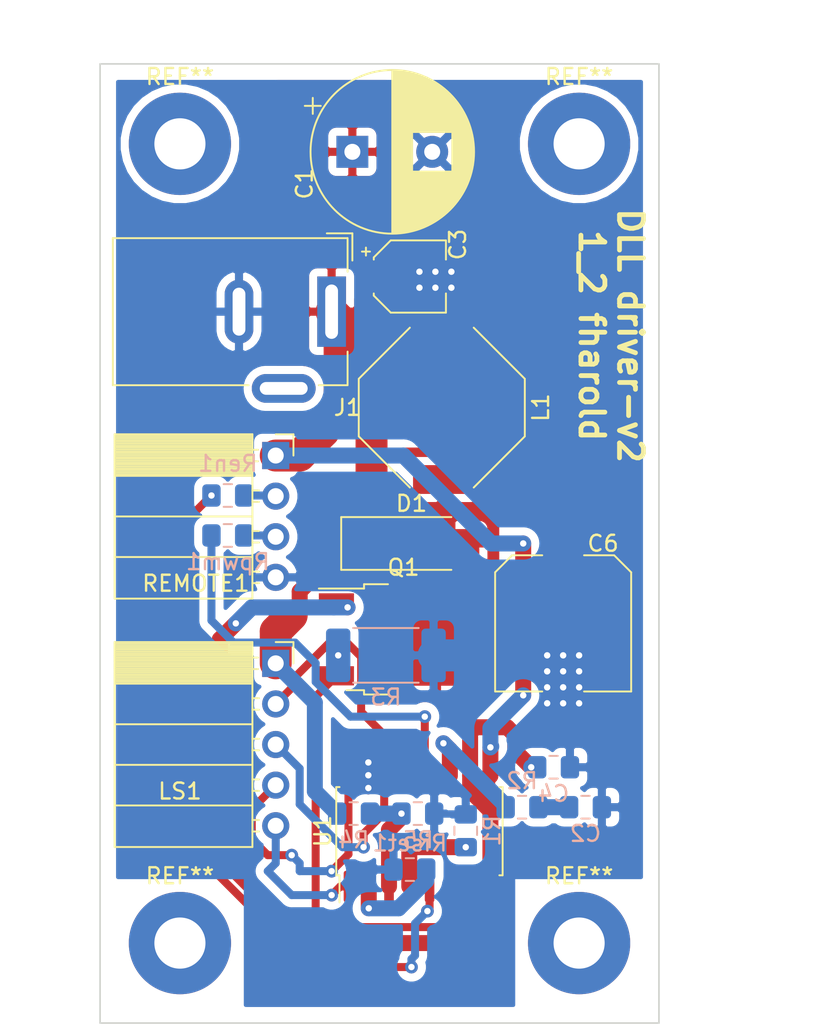
<source format=kicad_pcb>
(kicad_pcb (version 20171130) (host pcbnew "(5.1.6-0-10_14)")

  (general
    (thickness 1.6)
    (drawings 7)
    (tracks 176)
    (zones 0)
    (modules 24)
    (nets 21)
  )

  (page A4)
  (layers
    (0 F.Cu signal)
    (31 B.Cu signal)
    (32 B.Adhes user)
    (33 F.Adhes user)
    (34 B.Paste user)
    (35 F.Paste user)
    (36 B.SilkS user)
    (37 F.SilkS user)
    (38 B.Mask user)
    (39 F.Mask user)
    (40 Dwgs.User user)
    (41 Cmts.User user)
    (42 Eco1.User user)
    (43 Eco2.User user)
    (44 Edge.Cuts user)
    (45 Margin user)
    (46 B.CrtYd user)
    (47 F.CrtYd user)
    (48 B.Fab user)
    (49 F.Fab user)
  )

  (setup
    (last_trace_width 2)
    (user_trace_width 0.5)
    (user_trace_width 1)
    (user_trace_width 2)
    (trace_clearance 0.2)
    (zone_clearance 0.508)
    (zone_45_only no)
    (trace_min 0.2)
    (via_size 0.8)
    (via_drill 0.4)
    (via_min_size 0.4)
    (via_min_drill 0.3)
    (uvia_size 0.3)
    (uvia_drill 0.1)
    (uvias_allowed no)
    (uvia_min_size 0.2)
    (uvia_min_drill 0.1)
    (edge_width 0.1)
    (segment_width 0.2)
    (pcb_text_width 0.3)
    (pcb_text_size 1.5 1.5)
    (mod_edge_width 0.15)
    (mod_text_size 1 1)
    (mod_text_width 0.15)
    (pad_size 1.524 1.524)
    (pad_drill 0.762)
    (pad_to_mask_clearance 0)
    (aux_axis_origin 0 0)
    (visible_elements FFFFFF7F)
    (pcbplotparams
      (layerselection 0x010fc_ffffffff)
      (usegerberextensions false)
      (usegerberattributes true)
      (usegerberadvancedattributes true)
      (creategerberjobfile true)
      (excludeedgelayer true)
      (linewidth 0.100000)
      (plotframeref false)
      (viasonmask false)
      (mode 1)
      (useauxorigin false)
      (hpglpennumber 1)
      (hpglpenspeed 20)
      (hpglpendiameter 15.000000)
      (psnegative false)
      (psa4output false)
      (plotreference true)
      (plotvalue true)
      (plotinvisibletext false)
      (padsonsilk false)
      (subtractmaskfromsilk false)
      (outputformat 1)
      (mirror false)
      (drillshape 0)
      (scaleselection 1)
      (outputdirectory "gerber/"))
  )

  (net 0 "")
  (net 1 VIN)
  (net 2 GND)
  (net 3 "Net-(C2-Pad1)")
  (net 4 "Net-(C4-Pad1)")
  (net 5 Vout)
  (net 6 "Net-(D1-Pad2)")
  (net 7 LS1-)
  (net 8 LS2-)
  (net 9 LS3-)
  (net 10 LS4-)
  (net 11 "Net-(Q1-Pad1)")
  (net 12 "Net-(Q1-Pad3)")
  (net 13 "Net-(R1-Pad1)")
  (net 14 "Net-(R2-Pad2)")
  (net 15 "Net-(R4-Pad2)")
  (net 16 EN)
  (net 17 PWM)
  (net 18 "Net-(Ren1-Pad1)")
  (net 19 "Net-(Riset1-Pad1)")
  (net 20 "Net-(Rpwm1-Pad1)")

  (net_class Default "This is the default net class."
    (clearance 0.2)
    (trace_width 0.25)
    (via_dia 0.8)
    (via_drill 0.4)
    (uvia_dia 0.3)
    (uvia_drill 0.1)
    (add_net EN)
    (add_net GND)
    (add_net LS1-)
    (add_net LS2-)
    (add_net LS3-)
    (add_net LS4-)
    (add_net "Net-(C2-Pad1)")
    (add_net "Net-(C4-Pad1)")
    (add_net "Net-(D1-Pad2)")
    (add_net "Net-(Q1-Pad1)")
    (add_net "Net-(Q1-Pad3)")
    (add_net "Net-(R1-Pad1)")
    (add_net "Net-(R2-Pad2)")
    (add_net "Net-(R4-Pad2)")
    (add_net "Net-(Ren1-Pad1)")
    (add_net "Net-(Riset1-Pad1)")
    (add_net "Net-(Rpwm1-Pad1)")
    (add_net PWM)
    (add_net VIN)
    (add_net Vout)
  )

  (module MountingHole:MountingHole_3.2mm_M3_Pad (layer F.Cu) (tedit 56D1B4CB) (tstamp 5FF0B5C5)
    (at 25 70)
    (descr "Mounting Hole 3.2mm, M3")
    (tags "mounting hole 3.2mm m3")
    (attr virtual)
    (fp_text reference REF** (at 0 -4.2) (layer F.SilkS)
      (effects (font (size 1 1) (thickness 0.15)))
    )
    (fp_text value MountingHole_3.2mm_M3_Pad (at 0 4.2) (layer F.Fab)
      (effects (font (size 1 1) (thickness 0.15)))
    )
    (fp_circle (center 0 0) (end 3.2 0) (layer Cmts.User) (width 0.15))
    (fp_circle (center 0 0) (end 3.45 0) (layer F.CrtYd) (width 0.05))
    (fp_text user %R (at 0.3 0) (layer F.Fab)
      (effects (font (size 1 1) (thickness 0.15)))
    )
    (pad 1 thru_hole circle (at 0 0) (size 6.4 6.4) (drill 3.2) (layers *.Cu *.Mask))
  )

  (module MountingHole:MountingHole_3.2mm_M3_Pad (layer F.Cu) (tedit 56D1B4CB) (tstamp 5FF0B5C5)
    (at 25 20)
    (descr "Mounting Hole 3.2mm, M3")
    (tags "mounting hole 3.2mm m3")
    (attr virtual)
    (fp_text reference REF** (at 0 -4.2) (layer F.SilkS)
      (effects (font (size 1 1) (thickness 0.15)))
    )
    (fp_text value MountingHole_3.2mm_M3_Pad (at 0 4.2) (layer F.Fab)
      (effects (font (size 1 1) (thickness 0.15)))
    )
    (fp_circle (center 0 0) (end 3.2 0) (layer Cmts.User) (width 0.15))
    (fp_circle (center 0 0) (end 3.45 0) (layer F.CrtYd) (width 0.05))
    (fp_text user %R (at 0.3 0) (layer F.Fab)
      (effects (font (size 1 1) (thickness 0.15)))
    )
    (pad 1 thru_hole circle (at 0 0) (size 6.4 6.4) (drill 3.2) (layers *.Cu *.Mask))
  )

  (module MountingHole:MountingHole_3.2mm_M3_Pad (layer F.Cu) (tedit 56D1B4CB) (tstamp 5FF0CA3C)
    (at 50 70)
    (descr "Mounting Hole 3.2mm, M3")
    (tags "mounting hole 3.2mm m3")
    (attr virtual)
    (fp_text reference REF** (at 0 -4.2) (layer F.SilkS)
      (effects (font (size 1 1) (thickness 0.15)))
    )
    (fp_text value MountingHole_3.2mm_M3_Pad (at 0 4.2) (layer F.Fab)
      (effects (font (size 1 1) (thickness 0.15)))
    )
    (fp_text user %R (at 0.3 0) (layer F.Fab)
      (effects (font (size 1 1) (thickness 0.15)))
    )
    (fp_circle (center 0 0) (end 3.2 0) (layer Cmts.User) (width 0.15))
    (fp_circle (center 0 0) (end 3.45 0) (layer F.CrtYd) (width 0.05))
    (pad 1 thru_hole circle (at 0 0) (size 6.4 6.4) (drill 3.2) (layers *.Cu *.Mask))
  )

  (module MountingHole:MountingHole_3.2mm_M3_Pad (layer F.Cu) (tedit 56D1B4CB) (tstamp 5FF0AE62)
    (at 50 20)
    (descr "Mounting Hole 3.2mm, M3")
    (tags "mounting hole 3.2mm m3")
    (attr virtual)
    (fp_text reference REF** (at 0 -4.2) (layer F.SilkS)
      (effects (font (size 1 1) (thickness 0.15)))
    )
    (fp_text value MountingHole_3.2mm_M3_Pad (at 0 4.2) (layer F.Fab)
      (effects (font (size 1 1) (thickness 0.15)))
    )
    (fp_text user %R (at 0.3 0) (layer F.Fab)
      (effects (font (size 1 1) (thickness 0.15)))
    )
    (fp_circle (center 0 0) (end 3.2 0) (layer Cmts.User) (width 0.15))
    (fp_circle (center 0 0) (end 3.45 0) (layer F.CrtYd) (width 0.05))
    (pad 1 thru_hole circle (at 0 0) (size 6.4 6.4) (drill 3.2) (layers *.Cu *.Mask))
  )

  (module Capacitor_THT:CP_Radial_D10.0mm_P5.00mm (layer F.Cu) (tedit 5AE50EF1) (tstamp 5FEFD996)
    (at 35.8 20.5)
    (descr "CP, Radial series, Radial, pin pitch=5.00mm, , diameter=10mm, Electrolytic Capacitor")
    (tags "CP Radial series Radial pin pitch 5.00mm  diameter 10mm Electrolytic Capacitor")
    (path /5FF3C07E)
    (fp_text reference C1 (at -3 2 270) (layer F.SilkS)
      (effects (font (size 1 1) (thickness 0.15)))
    )
    (fp_text value 470u (at 2.5 6.25) (layer F.Fab)
      (effects (font (size 1 1) (thickness 0.15)))
    )
    (fp_line (start -2.479646 -3.375) (end -2.479646 -2.375) (layer F.SilkS) (width 0.12))
    (fp_line (start -2.979646 -2.875) (end -1.979646 -2.875) (layer F.SilkS) (width 0.12))
    (fp_line (start 7.581 -0.599) (end 7.581 0.599) (layer F.SilkS) (width 0.12))
    (fp_line (start 7.541 -0.862) (end 7.541 0.862) (layer F.SilkS) (width 0.12))
    (fp_line (start 7.501 -1.062) (end 7.501 1.062) (layer F.SilkS) (width 0.12))
    (fp_line (start 7.461 -1.23) (end 7.461 1.23) (layer F.SilkS) (width 0.12))
    (fp_line (start 7.421 -1.378) (end 7.421 1.378) (layer F.SilkS) (width 0.12))
    (fp_line (start 7.381 -1.51) (end 7.381 1.51) (layer F.SilkS) (width 0.12))
    (fp_line (start 7.341 -1.63) (end 7.341 1.63) (layer F.SilkS) (width 0.12))
    (fp_line (start 7.301 -1.742) (end 7.301 1.742) (layer F.SilkS) (width 0.12))
    (fp_line (start 7.261 -1.846) (end 7.261 1.846) (layer F.SilkS) (width 0.12))
    (fp_line (start 7.221 -1.944) (end 7.221 1.944) (layer F.SilkS) (width 0.12))
    (fp_line (start 7.181 -2.037) (end 7.181 2.037) (layer F.SilkS) (width 0.12))
    (fp_line (start 7.141 -2.125) (end 7.141 2.125) (layer F.SilkS) (width 0.12))
    (fp_line (start 7.101 -2.209) (end 7.101 2.209) (layer F.SilkS) (width 0.12))
    (fp_line (start 7.061 -2.289) (end 7.061 2.289) (layer F.SilkS) (width 0.12))
    (fp_line (start 7.021 -2.365) (end 7.021 2.365) (layer F.SilkS) (width 0.12))
    (fp_line (start 6.981 -2.439) (end 6.981 2.439) (layer F.SilkS) (width 0.12))
    (fp_line (start 6.941 -2.51) (end 6.941 2.51) (layer F.SilkS) (width 0.12))
    (fp_line (start 6.901 -2.579) (end 6.901 2.579) (layer F.SilkS) (width 0.12))
    (fp_line (start 6.861 -2.645) (end 6.861 2.645) (layer F.SilkS) (width 0.12))
    (fp_line (start 6.821 -2.709) (end 6.821 2.709) (layer F.SilkS) (width 0.12))
    (fp_line (start 6.781 -2.77) (end 6.781 2.77) (layer F.SilkS) (width 0.12))
    (fp_line (start 6.741 -2.83) (end 6.741 2.83) (layer F.SilkS) (width 0.12))
    (fp_line (start 6.701 -2.889) (end 6.701 2.889) (layer F.SilkS) (width 0.12))
    (fp_line (start 6.661 -2.945) (end 6.661 2.945) (layer F.SilkS) (width 0.12))
    (fp_line (start 6.621 -3) (end 6.621 3) (layer F.SilkS) (width 0.12))
    (fp_line (start 6.581 -3.054) (end 6.581 3.054) (layer F.SilkS) (width 0.12))
    (fp_line (start 6.541 -3.106) (end 6.541 3.106) (layer F.SilkS) (width 0.12))
    (fp_line (start 6.501 -3.156) (end 6.501 3.156) (layer F.SilkS) (width 0.12))
    (fp_line (start 6.461 -3.206) (end 6.461 3.206) (layer F.SilkS) (width 0.12))
    (fp_line (start 6.421 -3.254) (end 6.421 3.254) (layer F.SilkS) (width 0.12))
    (fp_line (start 6.381 -3.301) (end 6.381 3.301) (layer F.SilkS) (width 0.12))
    (fp_line (start 6.341 -3.347) (end 6.341 3.347) (layer F.SilkS) (width 0.12))
    (fp_line (start 6.301 -3.392) (end 6.301 3.392) (layer F.SilkS) (width 0.12))
    (fp_line (start 6.261 -3.436) (end 6.261 3.436) (layer F.SilkS) (width 0.12))
    (fp_line (start 6.221 1.241) (end 6.221 3.478) (layer F.SilkS) (width 0.12))
    (fp_line (start 6.221 -3.478) (end 6.221 -1.241) (layer F.SilkS) (width 0.12))
    (fp_line (start 6.181 1.241) (end 6.181 3.52) (layer F.SilkS) (width 0.12))
    (fp_line (start 6.181 -3.52) (end 6.181 -1.241) (layer F.SilkS) (width 0.12))
    (fp_line (start 6.141 1.241) (end 6.141 3.561) (layer F.SilkS) (width 0.12))
    (fp_line (start 6.141 -3.561) (end 6.141 -1.241) (layer F.SilkS) (width 0.12))
    (fp_line (start 6.101 1.241) (end 6.101 3.601) (layer F.SilkS) (width 0.12))
    (fp_line (start 6.101 -3.601) (end 6.101 -1.241) (layer F.SilkS) (width 0.12))
    (fp_line (start 6.061 1.241) (end 6.061 3.64) (layer F.SilkS) (width 0.12))
    (fp_line (start 6.061 -3.64) (end 6.061 -1.241) (layer F.SilkS) (width 0.12))
    (fp_line (start 6.021 1.241) (end 6.021 3.679) (layer F.SilkS) (width 0.12))
    (fp_line (start 6.021 -3.679) (end 6.021 -1.241) (layer F.SilkS) (width 0.12))
    (fp_line (start 5.981 1.241) (end 5.981 3.716) (layer F.SilkS) (width 0.12))
    (fp_line (start 5.981 -3.716) (end 5.981 -1.241) (layer F.SilkS) (width 0.12))
    (fp_line (start 5.941 1.241) (end 5.941 3.753) (layer F.SilkS) (width 0.12))
    (fp_line (start 5.941 -3.753) (end 5.941 -1.241) (layer F.SilkS) (width 0.12))
    (fp_line (start 5.901 1.241) (end 5.901 3.789) (layer F.SilkS) (width 0.12))
    (fp_line (start 5.901 -3.789) (end 5.901 -1.241) (layer F.SilkS) (width 0.12))
    (fp_line (start 5.861 1.241) (end 5.861 3.824) (layer F.SilkS) (width 0.12))
    (fp_line (start 5.861 -3.824) (end 5.861 -1.241) (layer F.SilkS) (width 0.12))
    (fp_line (start 5.821 1.241) (end 5.821 3.858) (layer F.SilkS) (width 0.12))
    (fp_line (start 5.821 -3.858) (end 5.821 -1.241) (layer F.SilkS) (width 0.12))
    (fp_line (start 5.781 1.241) (end 5.781 3.892) (layer F.SilkS) (width 0.12))
    (fp_line (start 5.781 -3.892) (end 5.781 -1.241) (layer F.SilkS) (width 0.12))
    (fp_line (start 5.741 1.241) (end 5.741 3.925) (layer F.SilkS) (width 0.12))
    (fp_line (start 5.741 -3.925) (end 5.741 -1.241) (layer F.SilkS) (width 0.12))
    (fp_line (start 5.701 1.241) (end 5.701 3.957) (layer F.SilkS) (width 0.12))
    (fp_line (start 5.701 -3.957) (end 5.701 -1.241) (layer F.SilkS) (width 0.12))
    (fp_line (start 5.661 1.241) (end 5.661 3.989) (layer F.SilkS) (width 0.12))
    (fp_line (start 5.661 -3.989) (end 5.661 -1.241) (layer F.SilkS) (width 0.12))
    (fp_line (start 5.621 1.241) (end 5.621 4.02) (layer F.SilkS) (width 0.12))
    (fp_line (start 5.621 -4.02) (end 5.621 -1.241) (layer F.SilkS) (width 0.12))
    (fp_line (start 5.581 1.241) (end 5.581 4.05) (layer F.SilkS) (width 0.12))
    (fp_line (start 5.581 -4.05) (end 5.581 -1.241) (layer F.SilkS) (width 0.12))
    (fp_line (start 5.541 1.241) (end 5.541 4.08) (layer F.SilkS) (width 0.12))
    (fp_line (start 5.541 -4.08) (end 5.541 -1.241) (layer F.SilkS) (width 0.12))
    (fp_line (start 5.501 1.241) (end 5.501 4.11) (layer F.SilkS) (width 0.12))
    (fp_line (start 5.501 -4.11) (end 5.501 -1.241) (layer F.SilkS) (width 0.12))
    (fp_line (start 5.461 1.241) (end 5.461 4.138) (layer F.SilkS) (width 0.12))
    (fp_line (start 5.461 -4.138) (end 5.461 -1.241) (layer F.SilkS) (width 0.12))
    (fp_line (start 5.421 1.241) (end 5.421 4.166) (layer F.SilkS) (width 0.12))
    (fp_line (start 5.421 -4.166) (end 5.421 -1.241) (layer F.SilkS) (width 0.12))
    (fp_line (start 5.381 1.241) (end 5.381 4.194) (layer F.SilkS) (width 0.12))
    (fp_line (start 5.381 -4.194) (end 5.381 -1.241) (layer F.SilkS) (width 0.12))
    (fp_line (start 5.341 1.241) (end 5.341 4.221) (layer F.SilkS) (width 0.12))
    (fp_line (start 5.341 -4.221) (end 5.341 -1.241) (layer F.SilkS) (width 0.12))
    (fp_line (start 5.301 1.241) (end 5.301 4.247) (layer F.SilkS) (width 0.12))
    (fp_line (start 5.301 -4.247) (end 5.301 -1.241) (layer F.SilkS) (width 0.12))
    (fp_line (start 5.261 1.241) (end 5.261 4.273) (layer F.SilkS) (width 0.12))
    (fp_line (start 5.261 -4.273) (end 5.261 -1.241) (layer F.SilkS) (width 0.12))
    (fp_line (start 5.221 1.241) (end 5.221 4.298) (layer F.SilkS) (width 0.12))
    (fp_line (start 5.221 -4.298) (end 5.221 -1.241) (layer F.SilkS) (width 0.12))
    (fp_line (start 5.181 1.241) (end 5.181 4.323) (layer F.SilkS) (width 0.12))
    (fp_line (start 5.181 -4.323) (end 5.181 -1.241) (layer F.SilkS) (width 0.12))
    (fp_line (start 5.141 1.241) (end 5.141 4.347) (layer F.SilkS) (width 0.12))
    (fp_line (start 5.141 -4.347) (end 5.141 -1.241) (layer F.SilkS) (width 0.12))
    (fp_line (start 5.101 1.241) (end 5.101 4.371) (layer F.SilkS) (width 0.12))
    (fp_line (start 5.101 -4.371) (end 5.101 -1.241) (layer F.SilkS) (width 0.12))
    (fp_line (start 5.061 1.241) (end 5.061 4.395) (layer F.SilkS) (width 0.12))
    (fp_line (start 5.061 -4.395) (end 5.061 -1.241) (layer F.SilkS) (width 0.12))
    (fp_line (start 5.021 1.241) (end 5.021 4.417) (layer F.SilkS) (width 0.12))
    (fp_line (start 5.021 -4.417) (end 5.021 -1.241) (layer F.SilkS) (width 0.12))
    (fp_line (start 4.981 1.241) (end 4.981 4.44) (layer F.SilkS) (width 0.12))
    (fp_line (start 4.981 -4.44) (end 4.981 -1.241) (layer F.SilkS) (width 0.12))
    (fp_line (start 4.941 1.241) (end 4.941 4.462) (layer F.SilkS) (width 0.12))
    (fp_line (start 4.941 -4.462) (end 4.941 -1.241) (layer F.SilkS) (width 0.12))
    (fp_line (start 4.901 1.241) (end 4.901 4.483) (layer F.SilkS) (width 0.12))
    (fp_line (start 4.901 -4.483) (end 4.901 -1.241) (layer F.SilkS) (width 0.12))
    (fp_line (start 4.861 1.241) (end 4.861 4.504) (layer F.SilkS) (width 0.12))
    (fp_line (start 4.861 -4.504) (end 4.861 -1.241) (layer F.SilkS) (width 0.12))
    (fp_line (start 4.821 1.241) (end 4.821 4.525) (layer F.SilkS) (width 0.12))
    (fp_line (start 4.821 -4.525) (end 4.821 -1.241) (layer F.SilkS) (width 0.12))
    (fp_line (start 4.781 1.241) (end 4.781 4.545) (layer F.SilkS) (width 0.12))
    (fp_line (start 4.781 -4.545) (end 4.781 -1.241) (layer F.SilkS) (width 0.12))
    (fp_line (start 4.741 1.241) (end 4.741 4.564) (layer F.SilkS) (width 0.12))
    (fp_line (start 4.741 -4.564) (end 4.741 -1.241) (layer F.SilkS) (width 0.12))
    (fp_line (start 4.701 1.241) (end 4.701 4.584) (layer F.SilkS) (width 0.12))
    (fp_line (start 4.701 -4.584) (end 4.701 -1.241) (layer F.SilkS) (width 0.12))
    (fp_line (start 4.661 1.241) (end 4.661 4.603) (layer F.SilkS) (width 0.12))
    (fp_line (start 4.661 -4.603) (end 4.661 -1.241) (layer F.SilkS) (width 0.12))
    (fp_line (start 4.621 1.241) (end 4.621 4.621) (layer F.SilkS) (width 0.12))
    (fp_line (start 4.621 -4.621) (end 4.621 -1.241) (layer F.SilkS) (width 0.12))
    (fp_line (start 4.581 1.241) (end 4.581 4.639) (layer F.SilkS) (width 0.12))
    (fp_line (start 4.581 -4.639) (end 4.581 -1.241) (layer F.SilkS) (width 0.12))
    (fp_line (start 4.541 1.241) (end 4.541 4.657) (layer F.SilkS) (width 0.12))
    (fp_line (start 4.541 -4.657) (end 4.541 -1.241) (layer F.SilkS) (width 0.12))
    (fp_line (start 4.501 1.241) (end 4.501 4.674) (layer F.SilkS) (width 0.12))
    (fp_line (start 4.501 -4.674) (end 4.501 -1.241) (layer F.SilkS) (width 0.12))
    (fp_line (start 4.461 1.241) (end 4.461 4.69) (layer F.SilkS) (width 0.12))
    (fp_line (start 4.461 -4.69) (end 4.461 -1.241) (layer F.SilkS) (width 0.12))
    (fp_line (start 4.421 1.241) (end 4.421 4.707) (layer F.SilkS) (width 0.12))
    (fp_line (start 4.421 -4.707) (end 4.421 -1.241) (layer F.SilkS) (width 0.12))
    (fp_line (start 4.381 1.241) (end 4.381 4.723) (layer F.SilkS) (width 0.12))
    (fp_line (start 4.381 -4.723) (end 4.381 -1.241) (layer F.SilkS) (width 0.12))
    (fp_line (start 4.341 1.241) (end 4.341 4.738) (layer F.SilkS) (width 0.12))
    (fp_line (start 4.341 -4.738) (end 4.341 -1.241) (layer F.SilkS) (width 0.12))
    (fp_line (start 4.301 1.241) (end 4.301 4.754) (layer F.SilkS) (width 0.12))
    (fp_line (start 4.301 -4.754) (end 4.301 -1.241) (layer F.SilkS) (width 0.12))
    (fp_line (start 4.261 1.241) (end 4.261 4.768) (layer F.SilkS) (width 0.12))
    (fp_line (start 4.261 -4.768) (end 4.261 -1.241) (layer F.SilkS) (width 0.12))
    (fp_line (start 4.221 1.241) (end 4.221 4.783) (layer F.SilkS) (width 0.12))
    (fp_line (start 4.221 -4.783) (end 4.221 -1.241) (layer F.SilkS) (width 0.12))
    (fp_line (start 4.181 1.241) (end 4.181 4.797) (layer F.SilkS) (width 0.12))
    (fp_line (start 4.181 -4.797) (end 4.181 -1.241) (layer F.SilkS) (width 0.12))
    (fp_line (start 4.141 1.241) (end 4.141 4.811) (layer F.SilkS) (width 0.12))
    (fp_line (start 4.141 -4.811) (end 4.141 -1.241) (layer F.SilkS) (width 0.12))
    (fp_line (start 4.101 1.241) (end 4.101 4.824) (layer F.SilkS) (width 0.12))
    (fp_line (start 4.101 -4.824) (end 4.101 -1.241) (layer F.SilkS) (width 0.12))
    (fp_line (start 4.061 1.241) (end 4.061 4.837) (layer F.SilkS) (width 0.12))
    (fp_line (start 4.061 -4.837) (end 4.061 -1.241) (layer F.SilkS) (width 0.12))
    (fp_line (start 4.021 1.241) (end 4.021 4.85) (layer F.SilkS) (width 0.12))
    (fp_line (start 4.021 -4.85) (end 4.021 -1.241) (layer F.SilkS) (width 0.12))
    (fp_line (start 3.981 1.241) (end 3.981 4.862) (layer F.SilkS) (width 0.12))
    (fp_line (start 3.981 -4.862) (end 3.981 -1.241) (layer F.SilkS) (width 0.12))
    (fp_line (start 3.941 1.241) (end 3.941 4.874) (layer F.SilkS) (width 0.12))
    (fp_line (start 3.941 -4.874) (end 3.941 -1.241) (layer F.SilkS) (width 0.12))
    (fp_line (start 3.901 1.241) (end 3.901 4.885) (layer F.SilkS) (width 0.12))
    (fp_line (start 3.901 -4.885) (end 3.901 -1.241) (layer F.SilkS) (width 0.12))
    (fp_line (start 3.861 1.241) (end 3.861 4.897) (layer F.SilkS) (width 0.12))
    (fp_line (start 3.861 -4.897) (end 3.861 -1.241) (layer F.SilkS) (width 0.12))
    (fp_line (start 3.821 1.241) (end 3.821 4.907) (layer F.SilkS) (width 0.12))
    (fp_line (start 3.821 -4.907) (end 3.821 -1.241) (layer F.SilkS) (width 0.12))
    (fp_line (start 3.781 1.241) (end 3.781 4.918) (layer F.SilkS) (width 0.12))
    (fp_line (start 3.781 -4.918) (end 3.781 -1.241) (layer F.SilkS) (width 0.12))
    (fp_line (start 3.741 -4.928) (end 3.741 4.928) (layer F.SilkS) (width 0.12))
    (fp_line (start 3.701 -4.938) (end 3.701 4.938) (layer F.SilkS) (width 0.12))
    (fp_line (start 3.661 -4.947) (end 3.661 4.947) (layer F.SilkS) (width 0.12))
    (fp_line (start 3.621 -4.956) (end 3.621 4.956) (layer F.SilkS) (width 0.12))
    (fp_line (start 3.581 -4.965) (end 3.581 4.965) (layer F.SilkS) (width 0.12))
    (fp_line (start 3.541 -4.974) (end 3.541 4.974) (layer F.SilkS) (width 0.12))
    (fp_line (start 3.501 -4.982) (end 3.501 4.982) (layer F.SilkS) (width 0.12))
    (fp_line (start 3.461 -4.99) (end 3.461 4.99) (layer F.SilkS) (width 0.12))
    (fp_line (start 3.421 -4.997) (end 3.421 4.997) (layer F.SilkS) (width 0.12))
    (fp_line (start 3.381 -5.004) (end 3.381 5.004) (layer F.SilkS) (width 0.12))
    (fp_line (start 3.341 -5.011) (end 3.341 5.011) (layer F.SilkS) (width 0.12))
    (fp_line (start 3.301 -5.018) (end 3.301 5.018) (layer F.SilkS) (width 0.12))
    (fp_line (start 3.261 -5.024) (end 3.261 5.024) (layer F.SilkS) (width 0.12))
    (fp_line (start 3.221 -5.03) (end 3.221 5.03) (layer F.SilkS) (width 0.12))
    (fp_line (start 3.18 -5.035) (end 3.18 5.035) (layer F.SilkS) (width 0.12))
    (fp_line (start 3.14 -5.04) (end 3.14 5.04) (layer F.SilkS) (width 0.12))
    (fp_line (start 3.1 -5.045) (end 3.1 5.045) (layer F.SilkS) (width 0.12))
    (fp_line (start 3.06 -5.05) (end 3.06 5.05) (layer F.SilkS) (width 0.12))
    (fp_line (start 3.02 -5.054) (end 3.02 5.054) (layer F.SilkS) (width 0.12))
    (fp_line (start 2.98 -5.058) (end 2.98 5.058) (layer F.SilkS) (width 0.12))
    (fp_line (start 2.94 -5.062) (end 2.94 5.062) (layer F.SilkS) (width 0.12))
    (fp_line (start 2.9 -5.065) (end 2.9 5.065) (layer F.SilkS) (width 0.12))
    (fp_line (start 2.86 -5.068) (end 2.86 5.068) (layer F.SilkS) (width 0.12))
    (fp_line (start 2.82 -5.07) (end 2.82 5.07) (layer F.SilkS) (width 0.12))
    (fp_line (start 2.78 -5.073) (end 2.78 5.073) (layer F.SilkS) (width 0.12))
    (fp_line (start 2.74 -5.075) (end 2.74 5.075) (layer F.SilkS) (width 0.12))
    (fp_line (start 2.7 -5.077) (end 2.7 5.077) (layer F.SilkS) (width 0.12))
    (fp_line (start 2.66 -5.078) (end 2.66 5.078) (layer F.SilkS) (width 0.12))
    (fp_line (start 2.62 -5.079) (end 2.62 5.079) (layer F.SilkS) (width 0.12))
    (fp_line (start 2.58 -5.08) (end 2.58 5.08) (layer F.SilkS) (width 0.12))
    (fp_line (start 2.54 -5.08) (end 2.54 5.08) (layer F.SilkS) (width 0.12))
    (fp_line (start 2.5 -5.08) (end 2.5 5.08) (layer F.SilkS) (width 0.12))
    (fp_line (start -1.288861 -2.6875) (end -1.288861 -1.6875) (layer F.Fab) (width 0.1))
    (fp_line (start -1.788861 -2.1875) (end -0.788861 -2.1875) (layer F.Fab) (width 0.1))
    (fp_circle (center 2.5 0) (end 7.75 0) (layer F.CrtYd) (width 0.05))
    (fp_circle (center 2.5 0) (end 7.62 0) (layer F.SilkS) (width 0.12))
    (fp_circle (center 2.5 0) (end 7.5 0) (layer F.Fab) (width 0.1))
    (fp_text user %R (at 2.5 0) (layer F.Fab)
      (effects (font (size 1 1) (thickness 0.15)))
    )
    (pad 1 thru_hole rect (at 0 0) (size 2 2) (drill 1) (layers *.Cu *.Mask)
      (net 1 VIN))
    (pad 2 thru_hole circle (at 5 0) (size 2 2) (drill 1) (layers *.Cu *.Mask)
      (net 2 GND))
    (model ${KISYS3DMOD}/Capacitor_THT.3dshapes/CP_Radial_D10.0mm_P5.00mm.wrl
      (at (xyz 0 0 0))
      (scale (xyz 1 1 1))
      (rotate (xyz 0 0 0))
    )
  )

  (module Capacitor_SMD:C_0805_2012Metric_Pad1.15x1.40mm_HandSolder (layer B.Cu) (tedit 5B36C52B) (tstamp 5FF0CA15)
    (at 50.4 61.5)
    (descr "Capacitor SMD 0805 (2012 Metric), square (rectangular) end terminal, IPC_7351 nominal with elongated pad for handsoldering. (Body size source: https://docs.google.com/spreadsheets/d/1BsfQQcO9C6DZCsRaXUlFlo91Tg2WpOkGARC1WS5S8t0/edit?usp=sharing), generated with kicad-footprint-generator")
    (tags "capacitor handsolder")
    (path /5FF1868B)
    (attr smd)
    (fp_text reference C2 (at 0 1.65) (layer B.SilkS)
      (effects (font (size 1 1) (thickness 0.15)) (justify mirror))
    )
    (fp_text value 0.22u (at 0 -1.65) (layer B.Fab)
      (effects (font (size 1 1) (thickness 0.15)) (justify mirror))
    )
    (fp_text user %R (at 0 0) (layer B.Fab)
      (effects (font (size 0.5 0.5) (thickness 0.08)) (justify mirror))
    )
    (fp_line (start -1 -0.6) (end -1 0.6) (layer B.Fab) (width 0.1))
    (fp_line (start -1 0.6) (end 1 0.6) (layer B.Fab) (width 0.1))
    (fp_line (start 1 0.6) (end 1 -0.6) (layer B.Fab) (width 0.1))
    (fp_line (start 1 -0.6) (end -1 -0.6) (layer B.Fab) (width 0.1))
    (fp_line (start -0.261252 0.71) (end 0.261252 0.71) (layer B.SilkS) (width 0.12))
    (fp_line (start -0.261252 -0.71) (end 0.261252 -0.71) (layer B.SilkS) (width 0.12))
    (fp_line (start -1.85 -0.95) (end -1.85 0.95) (layer B.CrtYd) (width 0.05))
    (fp_line (start -1.85 0.95) (end 1.85 0.95) (layer B.CrtYd) (width 0.05))
    (fp_line (start 1.85 0.95) (end 1.85 -0.95) (layer B.CrtYd) (width 0.05))
    (fp_line (start 1.85 -0.95) (end -1.85 -0.95) (layer B.CrtYd) (width 0.05))
    (pad 2 smd roundrect (at 1.025 0) (size 1.15 1.4) (layers B.Cu B.Paste B.Mask) (roundrect_rratio 0.217391)
      (net 2 GND))
    (pad 1 smd roundrect (at -1.025 0) (size 1.15 1.4) (layers B.Cu B.Paste B.Mask) (roundrect_rratio 0.217391)
      (net 3 "Net-(C2-Pad1)"))
    (model ${KISYS3DMOD}/Capacitor_SMD.3dshapes/C_0805_2012Metric.wrl
      (at (xyz 0 0 0))
      (scale (xyz 1 1 1))
      (rotate (xyz 0 0 0))
    )
  )

  (module Capacitor_SMD:CP_Elec_4x5.4 (layer F.Cu) (tedit 5BCA39CF) (tstamp 5FEFD9CF)
    (at 39.4 28.3)
    (descr "SMD capacitor, aluminum electrolytic, Panasonic A5 / Nichicon, 4.0x5.4mm")
    (tags "capacitor electrolytic")
    (path /5FEF6C95)
    (attr smd)
    (fp_text reference C3 (at 3 -2 270) (layer F.SilkS)
      (effects (font (size 1 1) (thickness 0.15)))
    )
    (fp_text value 10u (at 0 3.2) (layer F.Fab)
      (effects (font (size 1 1) (thickness 0.15)))
    )
    (fp_line (start -3.35 1.05) (end -2.4 1.05) (layer F.CrtYd) (width 0.05))
    (fp_line (start -3.35 -1.05) (end -3.35 1.05) (layer F.CrtYd) (width 0.05))
    (fp_line (start -2.4 -1.05) (end -3.35 -1.05) (layer F.CrtYd) (width 0.05))
    (fp_line (start -2.4 1.05) (end -2.4 1.25) (layer F.CrtYd) (width 0.05))
    (fp_line (start -2.4 -1.25) (end -2.4 -1.05) (layer F.CrtYd) (width 0.05))
    (fp_line (start -2.4 -1.25) (end -1.25 -2.4) (layer F.CrtYd) (width 0.05))
    (fp_line (start -2.4 1.25) (end -1.25 2.4) (layer F.CrtYd) (width 0.05))
    (fp_line (start -1.25 -2.4) (end 2.4 -2.4) (layer F.CrtYd) (width 0.05))
    (fp_line (start -1.25 2.4) (end 2.4 2.4) (layer F.CrtYd) (width 0.05))
    (fp_line (start 2.4 1.05) (end 2.4 2.4) (layer F.CrtYd) (width 0.05))
    (fp_line (start 3.35 1.05) (end 2.4 1.05) (layer F.CrtYd) (width 0.05))
    (fp_line (start 3.35 -1.05) (end 3.35 1.05) (layer F.CrtYd) (width 0.05))
    (fp_line (start 2.4 -1.05) (end 3.35 -1.05) (layer F.CrtYd) (width 0.05))
    (fp_line (start 2.4 -2.4) (end 2.4 -1.05) (layer F.CrtYd) (width 0.05))
    (fp_line (start -2.75 -1.81) (end -2.75 -1.31) (layer F.SilkS) (width 0.12))
    (fp_line (start -3 -1.56) (end -2.5 -1.56) (layer F.SilkS) (width 0.12))
    (fp_line (start -2.26 1.195563) (end -1.195563 2.26) (layer F.SilkS) (width 0.12))
    (fp_line (start -2.26 -1.195563) (end -1.195563 -2.26) (layer F.SilkS) (width 0.12))
    (fp_line (start -2.26 -1.195563) (end -2.26 -1.06) (layer F.SilkS) (width 0.12))
    (fp_line (start -2.26 1.195563) (end -2.26 1.06) (layer F.SilkS) (width 0.12))
    (fp_line (start -1.195563 2.26) (end 2.26 2.26) (layer F.SilkS) (width 0.12))
    (fp_line (start -1.195563 -2.26) (end 2.26 -2.26) (layer F.SilkS) (width 0.12))
    (fp_line (start 2.26 -2.26) (end 2.26 -1.06) (layer F.SilkS) (width 0.12))
    (fp_line (start 2.26 2.26) (end 2.26 1.06) (layer F.SilkS) (width 0.12))
    (fp_line (start -1.374773 -1.2) (end -1.374773 -0.8) (layer F.Fab) (width 0.1))
    (fp_line (start -1.574773 -1) (end -1.174773 -1) (layer F.Fab) (width 0.1))
    (fp_line (start -2.15 1.15) (end -1.15 2.15) (layer F.Fab) (width 0.1))
    (fp_line (start -2.15 -1.15) (end -1.15 -2.15) (layer F.Fab) (width 0.1))
    (fp_line (start -2.15 -1.15) (end -2.15 1.15) (layer F.Fab) (width 0.1))
    (fp_line (start -1.15 2.15) (end 2.15 2.15) (layer F.Fab) (width 0.1))
    (fp_line (start -1.15 -2.15) (end 2.15 -2.15) (layer F.Fab) (width 0.1))
    (fp_line (start 2.15 -2.15) (end 2.15 2.15) (layer F.Fab) (width 0.1))
    (fp_circle (center 0 0) (end 2 0) (layer F.Fab) (width 0.1))
    (fp_text user %R (at 0 0) (layer F.Fab)
      (effects (font (size 0.8 0.8) (thickness 0.12)))
    )
    (pad 1 smd roundrect (at -1.8 0) (size 2.6 1.6) (layers F.Cu F.Paste F.Mask) (roundrect_rratio 0.15625)
      (net 1 VIN))
    (pad 2 smd roundrect (at 1.8 0) (size 2.6 1.6) (layers F.Cu F.Paste F.Mask) (roundrect_rratio 0.15625)
      (net 2 GND))
    (model ${KISYS3DMOD}/Capacitor_SMD.3dshapes/CP_Elec_4x5.4.wrl
      (at (xyz 0 0 0))
      (scale (xyz 1 1 1))
      (rotate (xyz 0 0 0))
    )
  )

  (module Capacitor_SMD:C_0805_2012Metric_Pad1.15x1.40mm_HandSolder (layer B.Cu) (tedit 5B36C52B) (tstamp 5FF0C9E5)
    (at 48.4 59)
    (descr "Capacitor SMD 0805 (2012 Metric), square (rectangular) end terminal, IPC_7351 nominal with elongated pad for handsoldering. (Body size source: https://docs.google.com/spreadsheets/d/1BsfQQcO9C6DZCsRaXUlFlo91Tg2WpOkGARC1WS5S8t0/edit?usp=sharing), generated with kicad-footprint-generator")
    (tags "capacitor handsolder")
    (path /5FEFBFCD)
    (attr smd)
    (fp_text reference C4 (at 0 1.65) (layer B.SilkS)
      (effects (font (size 1 1) (thickness 0.15)) (justify mirror))
    )
    (fp_text value 2.2u (at 0 -1.65) (layer B.Fab)
      (effects (font (size 1 1) (thickness 0.15)) (justify mirror))
    )
    (fp_line (start 1.85 -0.95) (end -1.85 -0.95) (layer B.CrtYd) (width 0.05))
    (fp_line (start 1.85 0.95) (end 1.85 -0.95) (layer B.CrtYd) (width 0.05))
    (fp_line (start -1.85 0.95) (end 1.85 0.95) (layer B.CrtYd) (width 0.05))
    (fp_line (start -1.85 -0.95) (end -1.85 0.95) (layer B.CrtYd) (width 0.05))
    (fp_line (start -0.261252 -0.71) (end 0.261252 -0.71) (layer B.SilkS) (width 0.12))
    (fp_line (start -0.261252 0.71) (end 0.261252 0.71) (layer B.SilkS) (width 0.12))
    (fp_line (start 1 -0.6) (end -1 -0.6) (layer B.Fab) (width 0.1))
    (fp_line (start 1 0.6) (end 1 -0.6) (layer B.Fab) (width 0.1))
    (fp_line (start -1 0.6) (end 1 0.6) (layer B.Fab) (width 0.1))
    (fp_line (start -1 -0.6) (end -1 0.6) (layer B.Fab) (width 0.1))
    (fp_text user %R (at 0 0) (layer B.Fab)
      (effects (font (size 0.5 0.5) (thickness 0.08)) (justify mirror))
    )
    (pad 1 smd roundrect (at -1.025 0) (size 1.15 1.4) (layers B.Cu B.Paste B.Mask) (roundrect_rratio 0.217391)
      (net 4 "Net-(C4-Pad1)"))
    (pad 2 smd roundrect (at 1.025 0) (size 1.15 1.4) (layers B.Cu B.Paste B.Mask) (roundrect_rratio 0.217391)
      (net 2 GND))
    (model ${KISYS3DMOD}/Capacitor_SMD.3dshapes/C_0805_2012Metric.wrl
      (at (xyz 0 0 0))
      (scale (xyz 1 1 1))
      (rotate (xyz 0 0 0))
    )
  )

  (module Capacitor_SMD:C_Elec_8x10.2 (layer F.Cu) (tedit 5BC8D926) (tstamp 5FF050F6)
    (at 49 50 270)
    (descr "SMD capacitor, aluminum electrolytic nonpolar, 8.0x10.2mm")
    (tags "capacitor electrolyic nonpolar")
    (path /5FF0DB99)
    (attr smd)
    (fp_text reference C6 (at -5 -2.5 180) (layer F.SilkS)
      (effects (font (size 1 1) (thickness 0.15)))
    )
    (fp_text value 22u (at 0 5.2 90) (layer F.Fab)
      (effects (font (size 1 1) (thickness 0.15)))
    )
    (fp_text user %R (at 0 0 90) (layer F.Fab)
      (effects (font (size 1 1) (thickness 0.15)))
    )
    (fp_circle (center 0 0) (end 4 0) (layer F.Fab) (width 0.1))
    (fp_line (start 4.15 -4.15) (end 4.15 4.15) (layer F.Fab) (width 0.1))
    (fp_line (start -3.15 -4.15) (end 4.15 -4.15) (layer F.Fab) (width 0.1))
    (fp_line (start -3.15 4.15) (end 4.15 4.15) (layer F.Fab) (width 0.1))
    (fp_line (start -4.15 -3.15) (end -4.15 3.15) (layer F.Fab) (width 0.1))
    (fp_line (start -4.15 -3.15) (end -3.15 -4.15) (layer F.Fab) (width 0.1))
    (fp_line (start -4.15 3.15) (end -3.15 4.15) (layer F.Fab) (width 0.1))
    (fp_line (start 4.26 4.26) (end 4.26 1.31) (layer F.SilkS) (width 0.12))
    (fp_line (start 4.26 -4.26) (end 4.26 -1.31) (layer F.SilkS) (width 0.12))
    (fp_line (start -3.195563 -4.26) (end 4.26 -4.26) (layer F.SilkS) (width 0.12))
    (fp_line (start -3.195563 4.26) (end 4.26 4.26) (layer F.SilkS) (width 0.12))
    (fp_line (start -4.26 3.195563) (end -4.26 1.31) (layer F.SilkS) (width 0.12))
    (fp_line (start -4.26 -3.195563) (end -4.26 -1.31) (layer F.SilkS) (width 0.12))
    (fp_line (start -4.26 -3.195563) (end -3.195563 -4.26) (layer F.SilkS) (width 0.12))
    (fp_line (start -4.26 3.195563) (end -3.195563 4.26) (layer F.SilkS) (width 0.12))
    (fp_line (start 4.4 -4.4) (end 4.4 -1.3) (layer F.CrtYd) (width 0.05))
    (fp_line (start 4.4 -1.3) (end 6.1 -1.3) (layer F.CrtYd) (width 0.05))
    (fp_line (start 6.1 -1.3) (end 6.1 1.3) (layer F.CrtYd) (width 0.05))
    (fp_line (start 6.1 1.3) (end 4.4 1.3) (layer F.CrtYd) (width 0.05))
    (fp_line (start 4.4 1.3) (end 4.4 4.4) (layer F.CrtYd) (width 0.05))
    (fp_line (start -3.25 4.4) (end 4.4 4.4) (layer F.CrtYd) (width 0.05))
    (fp_line (start -3.25 -4.4) (end 4.4 -4.4) (layer F.CrtYd) (width 0.05))
    (fp_line (start -4.4 3.25) (end -3.25 4.4) (layer F.CrtYd) (width 0.05))
    (fp_line (start -4.4 -3.25) (end -3.25 -4.4) (layer F.CrtYd) (width 0.05))
    (fp_line (start -4.4 -3.25) (end -4.4 -1.3) (layer F.CrtYd) (width 0.05))
    (fp_line (start -4.4 1.3) (end -4.4 3.25) (layer F.CrtYd) (width 0.05))
    (fp_line (start -4.4 -1.3) (end -6.1 -1.3) (layer F.CrtYd) (width 0.05))
    (fp_line (start -6.1 -1.3) (end -6.1 1.3) (layer F.CrtYd) (width 0.05))
    (fp_line (start -6.1 1.3) (end -4.4 1.3) (layer F.CrtYd) (width 0.05))
    (pad 2 smd roundrect (at 3.6 0 270) (size 4.5 2.1) (layers F.Cu F.Paste F.Mask) (roundrect_rratio 0.119048)
      (net 2 GND))
    (pad 1 smd roundrect (at -3.6 0 270) (size 4.5 2.1) (layers F.Cu F.Paste F.Mask) (roundrect_rratio 0.119048)
      (net 5 Vout))
    (model ${KISYS3DMOD}/Capacitor_SMD.3dshapes/C_Elec_8x10.2.wrl
      (at (xyz 0 0 0))
      (scale (xyz 1 1 1))
      (rotate (xyz 0 0 0))
    )
  )

  (module Diode_SMD:D_SMA_Handsoldering (layer F.Cu) (tedit 58643398) (tstamp 5FF050A5)
    (at 39.5 45)
    (descr "Diode SMA (DO-214AC) Handsoldering")
    (tags "Diode SMA (DO-214AC) Handsoldering")
    (path /5FF02602)
    (attr smd)
    (fp_text reference D1 (at 0 -2.5) (layer F.SilkS)
      (effects (font (size 1 1) (thickness 0.15)))
    )
    (fp_text value D (at 0 2.6) (layer F.Fab)
      (effects (font (size 1 1) (thickness 0.15)))
    )
    (fp_line (start -4.4 -1.65) (end 2.5 -1.65) (layer F.SilkS) (width 0.12))
    (fp_line (start -4.4 1.65) (end 2.5 1.65) (layer F.SilkS) (width 0.12))
    (fp_line (start -0.64944 0.00102) (end 0.50118 -0.79908) (layer F.Fab) (width 0.1))
    (fp_line (start -0.64944 0.00102) (end 0.50118 0.75032) (layer F.Fab) (width 0.1))
    (fp_line (start 0.50118 0.75032) (end 0.50118 -0.79908) (layer F.Fab) (width 0.1))
    (fp_line (start -0.64944 -0.79908) (end -0.64944 0.80112) (layer F.Fab) (width 0.1))
    (fp_line (start 0.50118 0.00102) (end 1.4994 0.00102) (layer F.Fab) (width 0.1))
    (fp_line (start -0.64944 0.00102) (end -1.55114 0.00102) (layer F.Fab) (width 0.1))
    (fp_line (start -4.5 1.75) (end -4.5 -1.75) (layer F.CrtYd) (width 0.05))
    (fp_line (start 4.5 1.75) (end -4.5 1.75) (layer F.CrtYd) (width 0.05))
    (fp_line (start 4.5 -1.75) (end 4.5 1.75) (layer F.CrtYd) (width 0.05))
    (fp_line (start -4.5 -1.75) (end 4.5 -1.75) (layer F.CrtYd) (width 0.05))
    (fp_line (start 2.3 -1.5) (end -2.3 -1.5) (layer F.Fab) (width 0.1))
    (fp_line (start 2.3 -1.5) (end 2.3 1.5) (layer F.Fab) (width 0.1))
    (fp_line (start -2.3 1.5) (end -2.3 -1.5) (layer F.Fab) (width 0.1))
    (fp_line (start 2.3 1.5) (end -2.3 1.5) (layer F.Fab) (width 0.1))
    (fp_line (start -4.4 -1.65) (end -4.4 1.65) (layer F.SilkS) (width 0.12))
    (fp_text user %R (at 0 -2.5) (layer F.Fab)
      (effects (font (size 1 1) (thickness 0.15)))
    )
    (pad 1 smd rect (at -2.5 0) (size 3.5 1.8) (layers F.Cu F.Paste F.Mask)
      (net 5 Vout))
    (pad 2 smd rect (at 2.5 0) (size 3.5 1.8) (layers F.Cu F.Paste F.Mask)
      (net 6 "Net-(D1-Pad2)"))
    (model ${KISYS3DMOD}/Diode_SMD.3dshapes/D_SMA.wrl
      (at (xyz 0 0 0))
      (scale (xyz 1 1 1))
      (rotate (xyz 0 0 0))
    )
  )

  (module Connector_BarrelJack:BarrelJack_Wuerth_6941xx301002 (layer F.Cu) (tedit 5B191DE1) (tstamp 5FEFDA5D)
    (at 34.5 30.5 270)
    (descr "Wuerth electronics barrel jack connector (5.5mm outher diameter, inner diameter 2.05mm or 2.55mm depending on exact order number), See: http://katalog.we-online.de/em/datasheet/6941xx301002.pdf")
    (tags "connector barrel jack")
    (path /5FF4E9C6)
    (fp_text reference J1 (at 6 -1 180) (layer F.SilkS)
      (effects (font (size 1 1) (thickness 0.15)))
    )
    (fp_text value Jack-DC (at 0 15.5 90) (layer F.Fab)
      (effects (font (size 1 1) (thickness 0.15)))
    )
    (fp_line (start -4.6 -1) (end -2.5 -1) (layer F.SilkS) (width 0.12))
    (fp_line (start 6.2 0.5) (end 5 0.5) (layer F.CrtYd) (width 0.05))
    (fp_line (start 6.2 5.5) (end 5 5.5) (layer F.CrtYd) (width 0.05))
    (fp_line (start 6.2 0.5) (end 6.2 5.5) (layer F.CrtYd) (width 0.05))
    (fp_line (start 5 0.5) (end 5 -1.4) (layer F.CrtYd) (width 0.05))
    (fp_line (start -5 14.1) (end 5 14.1) (layer F.CrtYd) (width 0.05))
    (fp_line (start -5 -1.4) (end -5 14.1) (layer F.CrtYd) (width 0.05))
    (fp_line (start 5 -1.4) (end -5 -1.4) (layer F.CrtYd) (width 0.05))
    (fp_line (start -4.9 -1.3) (end -4.9 0.3) (layer F.SilkS) (width 0.12))
    (fp_line (start -3.2 -1.3) (end -4.9 -1.3) (layer F.SilkS) (width 0.12))
    (fp_line (start 4.6 -1) (end 4.6 0.8) (layer F.SilkS) (width 0.12))
    (fp_line (start 2.5 -1) (end 4.6 -1) (layer F.SilkS) (width 0.12))
    (fp_line (start -4.6 13.7) (end -4.6 -1) (layer F.SilkS) (width 0.12))
    (fp_line (start 4.6 13.7) (end -4.6 13.7) (layer F.SilkS) (width 0.12))
    (fp_line (start -4.5 13.6) (end -4.5 0.1) (layer F.Fab) (width 0.1))
    (fp_line (start 4.5 13.6) (end -4.5 13.6) (layer F.Fab) (width 0.1))
    (fp_line (start 4.5 -0.9) (end 4.5 13.6) (layer F.Fab) (width 0.1))
    (fp_line (start 4.5 -0.9) (end -3.5 -0.9) (layer F.Fab) (width 0.1))
    (fp_line (start -4.5 0.1) (end -3.5 -0.9) (layer F.Fab) (width 0.1))
    (fp_line (start 4.6 5.2) (end 4.6 13.7) (layer F.SilkS) (width 0.12))
    (fp_line (start 5 14.1) (end 5 5.5) (layer F.CrtYd) (width 0.05))
    (fp_text user %R (at 0 7.5 90) (layer F.Fab)
      (effects (font (size 1 1) (thickness 0.15)))
    )
    (pad 3 thru_hole oval (at 4.8 3) (size 4 1.8) (drill oval 3 0.8) (layers *.Cu *.Mask))
    (pad 2 thru_hole oval (at 0 5.8 270) (size 4 1.8) (drill oval 3 0.8) (layers *.Cu *.Mask)
      (net 2 GND))
    (pad 1 thru_hole rect (at 0 0 270) (size 4.4 1.8) (drill oval 3.4 0.8) (layers *.Cu *.Mask)
      (net 1 VIN))
    (model ${KISYS3DMOD}/Connector_BarrelJack.3dshapes/BarrelJack_Wuerth_6941xx301002.wrl
      (at (xyz 0 0 0))
      (scale (xyz 1 1 1))
      (rotate (xyz 0 0 0))
    )
  )

  (module Inductor_SMD:L_Bourns-SRU1028_10.0x10.0mm (layer F.Cu) (tedit 5DA0DC6F) (tstamp 5FEFDA77)
    (at 41.4 36.5 270)
    (descr "Bourns SRU1028 series SMD inductor, https://www.bourns.com/docs/Product-Datasheets/SRU1028.pdf")
    (tags "Bourns SRU1028 SMD inductor")
    (path /5FF0198E)
    (attr smd)
    (fp_text reference L1 (at 0 -6.2 90) (layer F.SilkS)
      (effects (font (size 1 1) (thickness 0.15)))
    )
    (fp_text value 10u (at 0 6.2 90) (layer F.Fab)
      (effects (font (size 1 1) (thickness 0.15)))
    )
    (fp_line (start 5.65 -5.25) (end 5.65 5.25) (layer F.CrtYd) (width 0.05))
    (fp_line (start 5.65 5.25) (end -5.65 5.25) (layer F.CrtYd) (width 0.05))
    (fp_line (start -5.65 5.25) (end -5.65 -5.25) (layer F.CrtYd) (width 0.05))
    (fp_line (start -5.65 -5.25) (end 5.65 -5.25) (layer F.CrtYd) (width 0.05))
    (fp_line (start 1.8 -5.2) (end 5 -2) (layer F.SilkS) (width 0.12))
    (fp_line (start 1.8 5.2) (end 5 2) (layer F.SilkS) (width 0.12))
    (fp_line (start 1.8 5.2) (end -1.8 5.2) (layer F.SilkS) (width 0.12))
    (fp_line (start -1.8 5.2) (end -5 2) (layer F.SilkS) (width 0.12))
    (fp_line (start -1.8 -5.2) (end 1.8 -5.2) (layer F.SilkS) (width 0.12))
    (fp_line (start 5 -1.7) (end 5 1.7) (layer F.Fab) (width 0.1))
    (fp_line (start 5 1.7) (end 1.7 5) (layer F.Fab) (width 0.1))
    (fp_line (start 1.7 5) (end -1.7 5) (layer F.Fab) (width 0.1))
    (fp_line (start -1.7 5) (end -5 1.7) (layer F.Fab) (width 0.1))
    (fp_line (start -5 1.7) (end -5 -1.7) (layer F.Fab) (width 0.1))
    (fp_line (start -5 -1.7) (end -1.7 -5) (layer F.Fab) (width 0.1))
    (fp_line (start -1.7 -5) (end 1.7 -5) (layer F.Fab) (width 0.1))
    (fp_line (start 1.7 -5) (end 5 -1.7) (layer F.Fab) (width 0.1))
    (fp_circle (center 0 0) (end 3.7 0) (layer F.Fab) (width 0.1))
    (fp_line (start -1.8 -5.2) (end -5 -2) (layer F.SilkS) (width 0.12))
    (fp_text user %R (at 0 0 90) (layer F.Fab)
      (effects (font (size 1 1) (thickness 0.15)))
    )
    (pad 1 smd rect (at -4.5 0 270) (size 1.8 3.6) (layers F.Cu F.Paste F.Mask)
      (net 1 VIN))
    (pad 2 smd rect (at 4.5 0 270) (size 1.8 3.6) (layers F.Cu F.Paste F.Mask)
      (net 6 "Net-(D1-Pad2)"))
    (model ${KISYS3DMOD}/Inductor_SMD.3dshapes/L_Bourns-SRU1028_10.0x10.0mm.wrl
      (at (xyz 0 0 0))
      (scale (xyz 1 1 1))
      (rotate (xyz 0 0 0))
    )
  )

  (module Connector_PinSocket_2.54mm:PinSocket_1x05_P2.54mm_Horizontal (layer F.Cu) (tedit 5A19A431) (tstamp 5FF04FFA)
    (at 31 52.5)
    (descr "Through hole angled socket strip, 1x05, 2.54mm pitch, 8.51mm socket length, single row (from Kicad 4.0.7), script generated")
    (tags "Through hole angled socket strip THT 1x05 2.54mm single row")
    (path /5FF31359)
    (fp_text reference LS1 (at -6 8) (layer F.SilkS)
      (effects (font (size 1 1) (thickness 0.15)))
    )
    (fp_text value Conn_01x05_Female (at -4.38 12.93) (layer F.Fab)
      (effects (font (size 1 1) (thickness 0.15)))
    )
    (fp_line (start 1.75 11.95) (end 1.75 -1.75) (layer F.CrtYd) (width 0.05))
    (fp_line (start -10.55 11.95) (end 1.75 11.95) (layer F.CrtYd) (width 0.05))
    (fp_line (start -10.55 -1.75) (end -10.55 11.95) (layer F.CrtYd) (width 0.05))
    (fp_line (start 1.75 -1.75) (end -10.55 -1.75) (layer F.CrtYd) (width 0.05))
    (fp_line (start 0 -1.33) (end 1.11 -1.33) (layer F.SilkS) (width 0.12))
    (fp_line (start 1.11 -1.33) (end 1.11 0) (layer F.SilkS) (width 0.12))
    (fp_line (start -10.09 -1.33) (end -10.09 11.49) (layer F.SilkS) (width 0.12))
    (fp_line (start -10.09 11.49) (end -1.46 11.49) (layer F.SilkS) (width 0.12))
    (fp_line (start -1.46 -1.33) (end -1.46 11.49) (layer F.SilkS) (width 0.12))
    (fp_line (start -10.09 -1.33) (end -1.46 -1.33) (layer F.SilkS) (width 0.12))
    (fp_line (start -10.09 8.89) (end -1.46 8.89) (layer F.SilkS) (width 0.12))
    (fp_line (start -10.09 6.35) (end -1.46 6.35) (layer F.SilkS) (width 0.12))
    (fp_line (start -10.09 3.81) (end -1.46 3.81) (layer F.SilkS) (width 0.12))
    (fp_line (start -10.09 1.27) (end -1.46 1.27) (layer F.SilkS) (width 0.12))
    (fp_line (start -1.46 10.52) (end -1.05 10.52) (layer F.SilkS) (width 0.12))
    (fp_line (start -1.46 9.8) (end -1.05 9.8) (layer F.SilkS) (width 0.12))
    (fp_line (start -1.46 7.98) (end -1.05 7.98) (layer F.SilkS) (width 0.12))
    (fp_line (start -1.46 7.26) (end -1.05 7.26) (layer F.SilkS) (width 0.12))
    (fp_line (start -1.46 5.44) (end -1.05 5.44) (layer F.SilkS) (width 0.12))
    (fp_line (start -1.46 4.72) (end -1.05 4.72) (layer F.SilkS) (width 0.12))
    (fp_line (start -1.46 2.9) (end -1.05 2.9) (layer F.SilkS) (width 0.12))
    (fp_line (start -1.46 2.18) (end -1.05 2.18) (layer F.SilkS) (width 0.12))
    (fp_line (start -1.46 0.36) (end -1.11 0.36) (layer F.SilkS) (width 0.12))
    (fp_line (start -1.46 -0.36) (end -1.11 -0.36) (layer F.SilkS) (width 0.12))
    (fp_line (start -10.09 1.1519) (end -1.46 1.1519) (layer F.SilkS) (width 0.12))
    (fp_line (start -10.09 1.033805) (end -1.46 1.033805) (layer F.SilkS) (width 0.12))
    (fp_line (start -10.09 0.91571) (end -1.46 0.91571) (layer F.SilkS) (width 0.12))
    (fp_line (start -10.09 0.797615) (end -1.46 0.797615) (layer F.SilkS) (width 0.12))
    (fp_line (start -10.09 0.67952) (end -1.46 0.67952) (layer F.SilkS) (width 0.12))
    (fp_line (start -10.09 0.561425) (end -1.46 0.561425) (layer F.SilkS) (width 0.12))
    (fp_line (start -10.09 0.44333) (end -1.46 0.44333) (layer F.SilkS) (width 0.12))
    (fp_line (start -10.09 0.325235) (end -1.46 0.325235) (layer F.SilkS) (width 0.12))
    (fp_line (start -10.09 0.20714) (end -1.46 0.20714) (layer F.SilkS) (width 0.12))
    (fp_line (start -10.09 0.089045) (end -1.46 0.089045) (layer F.SilkS) (width 0.12))
    (fp_line (start -10.09 -0.02905) (end -1.46 -0.02905) (layer F.SilkS) (width 0.12))
    (fp_line (start -10.09 -0.147145) (end -1.46 -0.147145) (layer F.SilkS) (width 0.12))
    (fp_line (start -10.09 -0.26524) (end -1.46 -0.26524) (layer F.SilkS) (width 0.12))
    (fp_line (start -10.09 -0.383335) (end -1.46 -0.383335) (layer F.SilkS) (width 0.12))
    (fp_line (start -10.09 -0.50143) (end -1.46 -0.50143) (layer F.SilkS) (width 0.12))
    (fp_line (start -10.09 -0.619525) (end -1.46 -0.619525) (layer F.SilkS) (width 0.12))
    (fp_line (start -10.09 -0.73762) (end -1.46 -0.73762) (layer F.SilkS) (width 0.12))
    (fp_line (start -10.09 -0.855715) (end -1.46 -0.855715) (layer F.SilkS) (width 0.12))
    (fp_line (start -10.09 -0.97381) (end -1.46 -0.97381) (layer F.SilkS) (width 0.12))
    (fp_line (start -10.09 -1.091905) (end -1.46 -1.091905) (layer F.SilkS) (width 0.12))
    (fp_line (start -10.09 -1.21) (end -1.46 -1.21) (layer F.SilkS) (width 0.12))
    (fp_line (start 0 10.46) (end 0 9.86) (layer F.Fab) (width 0.1))
    (fp_line (start -1.52 10.46) (end 0 10.46) (layer F.Fab) (width 0.1))
    (fp_line (start 0 9.86) (end -1.52 9.86) (layer F.Fab) (width 0.1))
    (fp_line (start 0 7.92) (end 0 7.32) (layer F.Fab) (width 0.1))
    (fp_line (start -1.52 7.92) (end 0 7.92) (layer F.Fab) (width 0.1))
    (fp_line (start 0 7.32) (end -1.52 7.32) (layer F.Fab) (width 0.1))
    (fp_line (start 0 5.38) (end 0 4.78) (layer F.Fab) (width 0.1))
    (fp_line (start -1.52 5.38) (end 0 5.38) (layer F.Fab) (width 0.1))
    (fp_line (start 0 4.78) (end -1.52 4.78) (layer F.Fab) (width 0.1))
    (fp_line (start 0 2.84) (end 0 2.24) (layer F.Fab) (width 0.1))
    (fp_line (start -1.52 2.84) (end 0 2.84) (layer F.Fab) (width 0.1))
    (fp_line (start 0 2.24) (end -1.52 2.24) (layer F.Fab) (width 0.1))
    (fp_line (start 0 0.3) (end 0 -0.3) (layer F.Fab) (width 0.1))
    (fp_line (start -1.52 0.3) (end 0 0.3) (layer F.Fab) (width 0.1))
    (fp_line (start 0 -0.3) (end -1.52 -0.3) (layer F.Fab) (width 0.1))
    (fp_line (start -10.03 11.43) (end -10.03 -1.27) (layer F.Fab) (width 0.1))
    (fp_line (start -1.52 11.43) (end -10.03 11.43) (layer F.Fab) (width 0.1))
    (fp_line (start -1.52 -0.3) (end -1.52 11.43) (layer F.Fab) (width 0.1))
    (fp_line (start -2.49 -1.27) (end -1.52 -0.3) (layer F.Fab) (width 0.1))
    (fp_line (start -10.03 -1.27) (end -2.49 -1.27) (layer F.Fab) (width 0.1))
    (fp_text user %R (at -5.775 5.08 90) (layer F.Fab)
      (effects (font (size 1 1) (thickness 0.15)))
    )
    (pad 1 thru_hole rect (at 0 0) (size 1.7 1.7) (drill 1) (layers *.Cu *.Mask)
      (net 5 Vout))
    (pad 2 thru_hole oval (at 0 2.54) (size 1.7 1.7) (drill 1) (layers *.Cu *.Mask)
      (net 7 LS1-))
    (pad 3 thru_hole oval (at 0 5.08) (size 1.7 1.7) (drill 1) (layers *.Cu *.Mask)
      (net 8 LS2-))
    (pad 4 thru_hole oval (at 0 7.62) (size 1.7 1.7) (drill 1) (layers *.Cu *.Mask)
      (net 9 LS3-))
    (pad 5 thru_hole oval (at 0 10.16) (size 1.7 1.7) (drill 1) (layers *.Cu *.Mask)
      (net 10 LS4-))
    (model ${KISYS3DMOD}/Connector_PinSocket_2.54mm.3dshapes/PinSocket_1x05_P2.54mm_Horizontal.wrl
      (at (xyz 0 0 0))
      (scale (xyz 1 1 1))
      (rotate (xyz 0 0 0))
    )
  )

  (module Package_TO_SOT_SMD:TO-252-2 (layer F.Cu) (tedit 5A70A390) (tstamp 5FEFDAE6)
    (at 39 51)
    (descr "TO-252 / DPAK SMD package, http://www.infineon.com/cms/en/product/packages/PG-TO252/PG-TO252-3-1/")
    (tags "DPAK TO-252 DPAK-3 TO-252-3 SOT-428")
    (path /5FEFE6A8)
    (attr smd)
    (fp_text reference Q1 (at 0 -4.5) (layer F.SilkS)
      (effects (font (size 1 1) (thickness 0.15)))
    )
    (fp_text value Q_NMOS_GDS (at 0 4.5) (layer F.Fab)
      (effects (font (size 1 1) (thickness 0.15)))
    )
    (fp_line (start 5.55 -3.5) (end -5.55 -3.5) (layer F.CrtYd) (width 0.05))
    (fp_line (start 5.55 3.5) (end 5.55 -3.5) (layer F.CrtYd) (width 0.05))
    (fp_line (start -5.55 3.5) (end 5.55 3.5) (layer F.CrtYd) (width 0.05))
    (fp_line (start -5.55 -3.5) (end -5.55 3.5) (layer F.CrtYd) (width 0.05))
    (fp_line (start -2.47 3.18) (end -3.57 3.18) (layer F.SilkS) (width 0.12))
    (fp_line (start -2.47 3.45) (end -2.47 3.18) (layer F.SilkS) (width 0.12))
    (fp_line (start -0.97 3.45) (end -2.47 3.45) (layer F.SilkS) (width 0.12))
    (fp_line (start -2.47 -3.18) (end -5.3 -3.18) (layer F.SilkS) (width 0.12))
    (fp_line (start -2.47 -3.45) (end -2.47 -3.18) (layer F.SilkS) (width 0.12))
    (fp_line (start -0.97 -3.45) (end -2.47 -3.45) (layer F.SilkS) (width 0.12))
    (fp_line (start -4.97 2.655) (end -2.27 2.655) (layer F.Fab) (width 0.1))
    (fp_line (start -4.97 1.905) (end -4.97 2.655) (layer F.Fab) (width 0.1))
    (fp_line (start -2.27 1.905) (end -4.97 1.905) (layer F.Fab) (width 0.1))
    (fp_line (start -4.97 -1.905) (end -2.27 -1.905) (layer F.Fab) (width 0.1))
    (fp_line (start -4.97 -2.655) (end -4.97 -1.905) (layer F.Fab) (width 0.1))
    (fp_line (start -1.865 -2.655) (end -4.97 -2.655) (layer F.Fab) (width 0.1))
    (fp_line (start -1.27 -3.25) (end 3.95 -3.25) (layer F.Fab) (width 0.1))
    (fp_line (start -2.27 -2.25) (end -1.27 -3.25) (layer F.Fab) (width 0.1))
    (fp_line (start -2.27 3.25) (end -2.27 -2.25) (layer F.Fab) (width 0.1))
    (fp_line (start 3.95 3.25) (end -2.27 3.25) (layer F.Fab) (width 0.1))
    (fp_line (start 3.95 -3.25) (end 3.95 3.25) (layer F.Fab) (width 0.1))
    (fp_line (start 4.95 2.7) (end 3.95 2.7) (layer F.Fab) (width 0.1))
    (fp_line (start 4.95 -2.7) (end 4.95 2.7) (layer F.Fab) (width 0.1))
    (fp_line (start 3.95 -2.7) (end 4.95 -2.7) (layer F.Fab) (width 0.1))
    (fp_text user %R (at 0 0) (layer F.Fab)
      (effects (font (size 1 1) (thickness 0.15)))
    )
    (pad 1 smd rect (at -4.2 -2.28) (size 2.2 1.2) (layers F.Cu F.Paste F.Mask)
      (net 11 "Net-(Q1-Pad1)"))
    (pad 3 smd rect (at -4.2 2.28) (size 2.2 1.2) (layers F.Cu F.Paste F.Mask)
      (net 12 "Net-(Q1-Pad3)"))
    (pad 2 smd rect (at 2.1 0) (size 6.4 5.8) (layers F.Cu F.Mask)
      (net 6 "Net-(D1-Pad2)"))
    (pad "" smd rect (at 3.775 1.525) (size 3.05 2.75) (layers F.Paste))
    (pad "" smd rect (at 0.425 -1.525) (size 3.05 2.75) (layers F.Paste))
    (pad "" smd rect (at 3.775 -1.525) (size 3.05 2.75) (layers F.Paste))
    (pad "" smd rect (at 0.425 1.525) (size 3.05 2.75) (layers F.Paste))
    (model ${KISYS3DMOD}/Package_TO_SOT_SMD.3dshapes/TO-252-2.wrl
      (at (xyz 0 0 0))
      (scale (xyz 1 1 1))
      (rotate (xyz 0 0 0))
    )
  )

  (module Resistor_SMD:R_0805_2012Metric_Pad1.15x1.40mm_HandSolder (layer B.Cu) (tedit 5B36C52B) (tstamp 5FF0C9B5)
    (at 42.9 62.975 90)
    (descr "Resistor SMD 0805 (2012 Metric), square (rectangular) end terminal, IPC_7351 nominal with elongated pad for handsoldering. (Body size source: https://docs.google.com/spreadsheets/d/1BsfQQcO9C6DZCsRaXUlFlo91Tg2WpOkGARC1WS5S8t0/edit?usp=sharing), generated with kicad-footprint-generator")
    (tags "resistor handsolder")
    (path /5FF13B53)
    (attr smd)
    (fp_text reference R1 (at 0 1.65 90) (layer B.SilkS)
      (effects (font (size 1 1) (thickness 0.15)) (justify mirror))
    )
    (fp_text value 120k (at 0 -1.65 90) (layer B.Fab)
      (effects (font (size 1 1) (thickness 0.15)) (justify mirror))
    )
    (fp_text user %R (at 0 0 90) (layer B.Fab)
      (effects (font (size 0.5 0.5) (thickness 0.08)) (justify mirror))
    )
    (fp_line (start -1 -0.6) (end -1 0.6) (layer B.Fab) (width 0.1))
    (fp_line (start -1 0.6) (end 1 0.6) (layer B.Fab) (width 0.1))
    (fp_line (start 1 0.6) (end 1 -0.6) (layer B.Fab) (width 0.1))
    (fp_line (start 1 -0.6) (end -1 -0.6) (layer B.Fab) (width 0.1))
    (fp_line (start -0.261252 0.71) (end 0.261252 0.71) (layer B.SilkS) (width 0.12))
    (fp_line (start -0.261252 -0.71) (end 0.261252 -0.71) (layer B.SilkS) (width 0.12))
    (fp_line (start -1.85 -0.95) (end -1.85 0.95) (layer B.CrtYd) (width 0.05))
    (fp_line (start -1.85 0.95) (end 1.85 0.95) (layer B.CrtYd) (width 0.05))
    (fp_line (start 1.85 0.95) (end 1.85 -0.95) (layer B.CrtYd) (width 0.05))
    (fp_line (start 1.85 -0.95) (end -1.85 -0.95) (layer B.CrtYd) (width 0.05))
    (pad 2 smd roundrect (at 1.025 0 90) (size 1.15 1.4) (layers B.Cu B.Paste B.Mask) (roundrect_rratio 0.217391)
      (net 2 GND))
    (pad 1 smd roundrect (at -1.025 0 90) (size 1.15 1.4) (layers B.Cu B.Paste B.Mask) (roundrect_rratio 0.217391)
      (net 13 "Net-(R1-Pad1)"))
    (model ${KISYS3DMOD}/Resistor_SMD.3dshapes/R_0805_2012Metric.wrl
      (at (xyz 0 0 0))
      (scale (xyz 1 1 1))
      (rotate (xyz 0 0 0))
    )
  )

  (module Resistor_SMD:R_0805_2012Metric_Pad1.15x1.40mm_HandSolder (layer B.Cu) (tedit 5B36C52B) (tstamp 5FF0C985)
    (at 46.425 61.5 180)
    (descr "Resistor SMD 0805 (2012 Metric), square (rectangular) end terminal, IPC_7351 nominal with elongated pad for handsoldering. (Body size source: https://docs.google.com/spreadsheets/d/1BsfQQcO9C6DZCsRaXUlFlo91Tg2WpOkGARC1WS5S8t0/edit?usp=sharing), generated with kicad-footprint-generator")
    (tags "resistor handsolder")
    (path /5FF18F03)
    (attr smd)
    (fp_text reference R2 (at 0 1.65) (layer B.SilkS)
      (effects (font (size 1 1) (thickness 0.15)) (justify mirror))
    )
    (fp_text value 1k (at 0 -1.65) (layer B.Fab)
      (effects (font (size 1 1) (thickness 0.15)) (justify mirror))
    )
    (fp_line (start 1.85 -0.95) (end -1.85 -0.95) (layer B.CrtYd) (width 0.05))
    (fp_line (start 1.85 0.95) (end 1.85 -0.95) (layer B.CrtYd) (width 0.05))
    (fp_line (start -1.85 0.95) (end 1.85 0.95) (layer B.CrtYd) (width 0.05))
    (fp_line (start -1.85 -0.95) (end -1.85 0.95) (layer B.CrtYd) (width 0.05))
    (fp_line (start -0.261252 -0.71) (end 0.261252 -0.71) (layer B.SilkS) (width 0.12))
    (fp_line (start -0.261252 0.71) (end 0.261252 0.71) (layer B.SilkS) (width 0.12))
    (fp_line (start 1 -0.6) (end -1 -0.6) (layer B.Fab) (width 0.1))
    (fp_line (start 1 0.6) (end 1 -0.6) (layer B.Fab) (width 0.1))
    (fp_line (start -1 0.6) (end 1 0.6) (layer B.Fab) (width 0.1))
    (fp_line (start -1 -0.6) (end -1 0.6) (layer B.Fab) (width 0.1))
    (fp_text user %R (at 0 0) (layer B.Fab)
      (effects (font (size 0.5 0.5) (thickness 0.08)) (justify mirror))
    )
    (pad 1 smd roundrect (at -1.025 0 180) (size 1.15 1.4) (layers B.Cu B.Paste B.Mask) (roundrect_rratio 0.217391)
      (net 3 "Net-(C2-Pad1)"))
    (pad 2 smd roundrect (at 1.025 0 180) (size 1.15 1.4) (layers B.Cu B.Paste B.Mask) (roundrect_rratio 0.217391)
      (net 14 "Net-(R2-Pad2)"))
    (model ${KISYS3DMOD}/Resistor_SMD.3dshapes/R_0805_2012Metric.wrl
      (at (xyz 0 0 0))
      (scale (xyz 1 1 1))
      (rotate (xyz 0 0 0))
    )
  )

  (module Resistor_SMD:R_2512_6332Metric_Pad1.52x3.35mm_HandSolder (layer B.Cu) (tedit 5B301BBD) (tstamp 5FEFDB19)
    (at 37.9 52)
    (descr "Resistor SMD 2512 (6332 Metric), square (rectangular) end terminal, IPC_7351 nominal with elongated pad for handsoldering. (Body size source: http://www.tortai-tech.com/upload/download/2011102023233369053.pdf), generated with kicad-footprint-generator")
    (tags "resistor handsolder")
    (path /5FF03474)
    (attr smd)
    (fp_text reference R3 (at 0 2.62) (layer B.SilkS)
      (effects (font (size 1 1) (thickness 0.15)) (justify mirror))
    )
    (fp_text value 0.15 (at 0 -2.62) (layer B.Fab)
      (effects (font (size 1 1) (thickness 0.15)) (justify mirror))
    )
    (fp_line (start 4 -1.92) (end -4 -1.92) (layer B.CrtYd) (width 0.05))
    (fp_line (start 4 1.92) (end 4 -1.92) (layer B.CrtYd) (width 0.05))
    (fp_line (start -4 1.92) (end 4 1.92) (layer B.CrtYd) (width 0.05))
    (fp_line (start -4 -1.92) (end -4 1.92) (layer B.CrtYd) (width 0.05))
    (fp_line (start -2.052064 -1.71) (end 2.052064 -1.71) (layer B.SilkS) (width 0.12))
    (fp_line (start -2.052064 1.71) (end 2.052064 1.71) (layer B.SilkS) (width 0.12))
    (fp_line (start 3.15 -1.6) (end -3.15 -1.6) (layer B.Fab) (width 0.1))
    (fp_line (start 3.15 1.6) (end 3.15 -1.6) (layer B.Fab) (width 0.1))
    (fp_line (start -3.15 1.6) (end 3.15 1.6) (layer B.Fab) (width 0.1))
    (fp_line (start -3.15 -1.6) (end -3.15 1.6) (layer B.Fab) (width 0.1))
    (fp_text user %R (at 0 0) (layer B.Fab)
      (effects (font (size 1 1) (thickness 0.15)) (justify mirror))
    )
    (pad 1 smd roundrect (at -2.9875 0) (size 1.525 3.35) (layers B.Cu B.Paste B.Mask) (roundrect_rratio 0.163934)
      (net 12 "Net-(Q1-Pad3)"))
    (pad 2 smd roundrect (at 2.9875 0) (size 1.525 3.35) (layers B.Cu B.Paste B.Mask) (roundrect_rratio 0.163934)
      (net 2 GND))
    (model ${KISYS3DMOD}/Resistor_SMD.3dshapes/R_2512_6332Metric.wrl
      (at (xyz 0 0 0))
      (scale (xyz 1 1 1))
      (rotate (xyz 0 0 0))
    )
  )

  (module Resistor_SMD:R_0805_2012Metric_Pad1.15x1.40mm_HandSolder (layer B.Cu) (tedit 5B36C52B) (tstamp 5FEFDB2A)
    (at 35.875 61.9)
    (descr "Resistor SMD 0805 (2012 Metric), square (rectangular) end terminal, IPC_7351 nominal with elongated pad for handsoldering. (Body size source: https://docs.google.com/spreadsheets/d/1BsfQQcO9C6DZCsRaXUlFlo91Tg2WpOkGARC1WS5S8t0/edit?usp=sharing), generated with kicad-footprint-generator")
    (tags "resistor handsolder")
    (path /5FF0E581)
    (attr smd)
    (fp_text reference R4 (at 0 1.65 180) (layer B.SilkS)
      (effects (font (size 1 1) (thickness 0.15)) (justify mirror))
    )
    (fp_text value 1M (at 0 -1.65 180) (layer B.Fab)
      (effects (font (size 1 1) (thickness 0.15)) (justify mirror))
    )
    (fp_text user %R (at 0 0 180) (layer B.Fab)
      (effects (font (size 0.5 0.5) (thickness 0.08)) (justify mirror))
    )
    (fp_line (start -1 -0.6) (end -1 0.6) (layer B.Fab) (width 0.1))
    (fp_line (start -1 0.6) (end 1 0.6) (layer B.Fab) (width 0.1))
    (fp_line (start 1 0.6) (end 1 -0.6) (layer B.Fab) (width 0.1))
    (fp_line (start 1 -0.6) (end -1 -0.6) (layer B.Fab) (width 0.1))
    (fp_line (start -0.261252 0.71) (end 0.261252 0.71) (layer B.SilkS) (width 0.12))
    (fp_line (start -0.261252 -0.71) (end 0.261252 -0.71) (layer B.SilkS) (width 0.12))
    (fp_line (start -1.85 -0.95) (end -1.85 0.95) (layer B.CrtYd) (width 0.05))
    (fp_line (start -1.85 0.95) (end 1.85 0.95) (layer B.CrtYd) (width 0.05))
    (fp_line (start 1.85 0.95) (end 1.85 -0.95) (layer B.CrtYd) (width 0.05))
    (fp_line (start 1.85 -0.95) (end -1.85 -0.95) (layer B.CrtYd) (width 0.05))
    (pad 2 smd roundrect (at 1.025 0) (size 1.15 1.4) (layers B.Cu B.Paste B.Mask) (roundrect_rratio 0.217391)
      (net 15 "Net-(R4-Pad2)"))
    (pad 1 smd roundrect (at -1.025 0) (size 1.15 1.4) (layers B.Cu B.Paste B.Mask) (roundrect_rratio 0.217391)
      (net 5 Vout))
    (model ${KISYS3DMOD}/Resistor_SMD.3dshapes/R_0805_2012Metric.wrl
      (at (xyz 0 0 0))
      (scale (xyz 1 1 1))
      (rotate (xyz 0 0 0))
    )
  )

  (module Resistor_SMD:R_0805_2012Metric_Pad1.15x1.40mm_HandSolder (layer B.Cu) (tedit 5B36C52B) (tstamp 5FF0C955)
    (at 39.9 61.9)
    (descr "Resistor SMD 0805 (2012 Metric), square (rectangular) end terminal, IPC_7351 nominal with elongated pad for handsoldering. (Body size source: https://docs.google.com/spreadsheets/d/1BsfQQcO9C6DZCsRaXUlFlo91Tg2WpOkGARC1WS5S8t0/edit?usp=sharing), generated with kicad-footprint-generator")
    (tags "resistor handsolder")
    (path /5FF0EFDD)
    (attr smd)
    (fp_text reference R5 (at 0 1.65 180) (layer B.SilkS)
      (effects (font (size 1 1) (thickness 0.15)) (justify mirror))
    )
    (fp_text value 27k (at 0 -1.65 180) (layer B.Fab)
      (effects (font (size 1 1) (thickness 0.15)) (justify mirror))
    )
    (fp_line (start 1.85 -0.95) (end -1.85 -0.95) (layer B.CrtYd) (width 0.05))
    (fp_line (start 1.85 0.95) (end 1.85 -0.95) (layer B.CrtYd) (width 0.05))
    (fp_line (start -1.85 0.95) (end 1.85 0.95) (layer B.CrtYd) (width 0.05))
    (fp_line (start -1.85 -0.95) (end -1.85 0.95) (layer B.CrtYd) (width 0.05))
    (fp_line (start -0.261252 -0.71) (end 0.261252 -0.71) (layer B.SilkS) (width 0.12))
    (fp_line (start -0.261252 0.71) (end 0.261252 0.71) (layer B.SilkS) (width 0.12))
    (fp_line (start 1 -0.6) (end -1 -0.6) (layer B.Fab) (width 0.1))
    (fp_line (start 1 0.6) (end 1 -0.6) (layer B.Fab) (width 0.1))
    (fp_line (start -1 0.6) (end 1 0.6) (layer B.Fab) (width 0.1))
    (fp_line (start -1 -0.6) (end -1 0.6) (layer B.Fab) (width 0.1))
    (fp_text user %R (at 0 0 180) (layer B.Fab)
      (effects (font (size 0.5 0.5) (thickness 0.08)) (justify mirror))
    )
    (pad 1 smd roundrect (at -1.025 0) (size 1.15 1.4) (layers B.Cu B.Paste B.Mask) (roundrect_rratio 0.217391)
      (net 15 "Net-(R4-Pad2)"))
    (pad 2 smd roundrect (at 1.025 0) (size 1.15 1.4) (layers B.Cu B.Paste B.Mask) (roundrect_rratio 0.217391)
      (net 2 GND))
    (model ${KISYS3DMOD}/Resistor_SMD.3dshapes/R_0805_2012Metric.wrl
      (at (xyz 0 0 0))
      (scale (xyz 1 1 1))
      (rotate (xyz 0 0 0))
    )
  )

  (module Connector_PinSocket_2.54mm:PinSocket_1x04_P2.54mm_Horizontal (layer F.Cu) (tedit 5A19A424) (tstamp 5FEFDB7F)
    (at 31 39.5)
    (descr "Through hole angled socket strip, 1x04, 2.54mm pitch, 8.51mm socket length, single row (from Kicad 4.0.7), script generated")
    (tags "Through hole angled socket strip THT 1x04 2.54mm single row")
    (path /5FF36C4E)
    (fp_text reference REMOTE1 (at -5 8) (layer F.SilkS)
      (effects (font (size 1 1) (thickness 0.15)))
    )
    (fp_text value Conn_01x04_Female (at -4.38 10.39) (layer F.Fab)
      (effects (font (size 1 1) (thickness 0.15)))
    )
    (fp_line (start 1.75 9.45) (end 1.75 -1.75) (layer F.CrtYd) (width 0.05))
    (fp_line (start -10.55 9.45) (end 1.75 9.45) (layer F.CrtYd) (width 0.05))
    (fp_line (start -10.55 -1.75) (end -10.55 9.45) (layer F.CrtYd) (width 0.05))
    (fp_line (start 1.75 -1.75) (end -10.55 -1.75) (layer F.CrtYd) (width 0.05))
    (fp_line (start 0 -1.33) (end 1.11 -1.33) (layer F.SilkS) (width 0.12))
    (fp_line (start 1.11 -1.33) (end 1.11 0) (layer F.SilkS) (width 0.12))
    (fp_line (start -10.09 -1.33) (end -10.09 8.95) (layer F.SilkS) (width 0.12))
    (fp_line (start -10.09 8.95) (end -1.46 8.95) (layer F.SilkS) (width 0.12))
    (fp_line (start -1.46 -1.33) (end -1.46 8.95) (layer F.SilkS) (width 0.12))
    (fp_line (start -10.09 -1.33) (end -1.46 -1.33) (layer F.SilkS) (width 0.12))
    (fp_line (start -10.09 6.35) (end -1.46 6.35) (layer F.SilkS) (width 0.12))
    (fp_line (start -10.09 3.81) (end -1.46 3.81) (layer F.SilkS) (width 0.12))
    (fp_line (start -10.09 1.27) (end -1.46 1.27) (layer F.SilkS) (width 0.12))
    (fp_line (start -1.46 7.98) (end -1.05 7.98) (layer F.SilkS) (width 0.12))
    (fp_line (start -1.46 7.26) (end -1.05 7.26) (layer F.SilkS) (width 0.12))
    (fp_line (start -1.46 5.44) (end -1.05 5.44) (layer F.SilkS) (width 0.12))
    (fp_line (start -1.46 4.72) (end -1.05 4.72) (layer F.SilkS) (width 0.12))
    (fp_line (start -1.46 2.9) (end -1.05 2.9) (layer F.SilkS) (width 0.12))
    (fp_line (start -1.46 2.18) (end -1.05 2.18) (layer F.SilkS) (width 0.12))
    (fp_line (start -1.46 0.36) (end -1.11 0.36) (layer F.SilkS) (width 0.12))
    (fp_line (start -1.46 -0.36) (end -1.11 -0.36) (layer F.SilkS) (width 0.12))
    (fp_line (start -10.09 1.1519) (end -1.46 1.1519) (layer F.SilkS) (width 0.12))
    (fp_line (start -10.09 1.033805) (end -1.46 1.033805) (layer F.SilkS) (width 0.12))
    (fp_line (start -10.09 0.91571) (end -1.46 0.91571) (layer F.SilkS) (width 0.12))
    (fp_line (start -10.09 0.797615) (end -1.46 0.797615) (layer F.SilkS) (width 0.12))
    (fp_line (start -10.09 0.67952) (end -1.46 0.67952) (layer F.SilkS) (width 0.12))
    (fp_line (start -10.09 0.561425) (end -1.46 0.561425) (layer F.SilkS) (width 0.12))
    (fp_line (start -10.09 0.44333) (end -1.46 0.44333) (layer F.SilkS) (width 0.12))
    (fp_line (start -10.09 0.325235) (end -1.46 0.325235) (layer F.SilkS) (width 0.12))
    (fp_line (start -10.09 0.20714) (end -1.46 0.20714) (layer F.SilkS) (width 0.12))
    (fp_line (start -10.09 0.089045) (end -1.46 0.089045) (layer F.SilkS) (width 0.12))
    (fp_line (start -10.09 -0.02905) (end -1.46 -0.02905) (layer F.SilkS) (width 0.12))
    (fp_line (start -10.09 -0.147145) (end -1.46 -0.147145) (layer F.SilkS) (width 0.12))
    (fp_line (start -10.09 -0.26524) (end -1.46 -0.26524) (layer F.SilkS) (width 0.12))
    (fp_line (start -10.09 -0.383335) (end -1.46 -0.383335) (layer F.SilkS) (width 0.12))
    (fp_line (start -10.09 -0.50143) (end -1.46 -0.50143) (layer F.SilkS) (width 0.12))
    (fp_line (start -10.09 -0.619525) (end -1.46 -0.619525) (layer F.SilkS) (width 0.12))
    (fp_line (start -10.09 -0.73762) (end -1.46 -0.73762) (layer F.SilkS) (width 0.12))
    (fp_line (start -10.09 -0.855715) (end -1.46 -0.855715) (layer F.SilkS) (width 0.12))
    (fp_line (start -10.09 -0.97381) (end -1.46 -0.97381) (layer F.SilkS) (width 0.12))
    (fp_line (start -10.09 -1.091905) (end -1.46 -1.091905) (layer F.SilkS) (width 0.12))
    (fp_line (start -10.09 -1.21) (end -1.46 -1.21) (layer F.SilkS) (width 0.12))
    (fp_line (start 0 7.92) (end 0 7.32) (layer F.Fab) (width 0.1))
    (fp_line (start -1.52 7.92) (end 0 7.92) (layer F.Fab) (width 0.1))
    (fp_line (start 0 7.32) (end -1.52 7.32) (layer F.Fab) (width 0.1))
    (fp_line (start 0 5.38) (end 0 4.78) (layer F.Fab) (width 0.1))
    (fp_line (start -1.52 5.38) (end 0 5.38) (layer F.Fab) (width 0.1))
    (fp_line (start 0 4.78) (end -1.52 4.78) (layer F.Fab) (width 0.1))
    (fp_line (start 0 2.84) (end 0 2.24) (layer F.Fab) (width 0.1))
    (fp_line (start -1.52 2.84) (end 0 2.84) (layer F.Fab) (width 0.1))
    (fp_line (start 0 2.24) (end -1.52 2.24) (layer F.Fab) (width 0.1))
    (fp_line (start 0 0.3) (end 0 -0.3) (layer F.Fab) (width 0.1))
    (fp_line (start -1.52 0.3) (end 0 0.3) (layer F.Fab) (width 0.1))
    (fp_line (start 0 -0.3) (end -1.52 -0.3) (layer F.Fab) (width 0.1))
    (fp_line (start -10.03 8.89) (end -10.03 -1.27) (layer F.Fab) (width 0.1))
    (fp_line (start -1.52 8.89) (end -10.03 8.89) (layer F.Fab) (width 0.1))
    (fp_line (start -1.52 -0.3) (end -1.52 8.89) (layer F.Fab) (width 0.1))
    (fp_line (start -2.49 -1.27) (end -1.52 -0.3) (layer F.Fab) (width 0.1))
    (fp_line (start -10.03 -1.27) (end -2.49 -1.27) (layer F.Fab) (width 0.1))
    (fp_text user %R (at -5.775 3.81 90) (layer F.Fab)
      (effects (font (size 1 1) (thickness 0.15)))
    )
    (pad 1 thru_hole rect (at 0 0) (size 1.7 1.7) (drill 1) (layers *.Cu *.Mask)
      (net 1 VIN))
    (pad 2 thru_hole oval (at 0 2.54) (size 1.7 1.7) (drill 1) (layers *.Cu *.Mask)
      (net 16 EN))
    (pad 3 thru_hole oval (at 0 5.08) (size 1.7 1.7) (drill 1) (layers *.Cu *.Mask)
      (net 17 PWM))
    (pad 4 thru_hole oval (at 0 7.62) (size 1.7 1.7) (drill 1) (layers *.Cu *.Mask)
      (net 2 GND))
    (model ${KISYS3DMOD}/Connector_PinSocket_2.54mm.3dshapes/PinSocket_1x04_P2.54mm_Horizontal.wrl
      (at (xyz 0 0 0))
      (scale (xyz 1 1 1))
      (rotate (xyz 0 0 0))
    )
  )

  (module Resistor_SMD:R_0805_2012Metric_Pad1.15x1.40mm_HandSolder (layer B.Cu) (tedit 5B36C52B) (tstamp 5FEFDB90)
    (at 28 42)
    (descr "Resistor SMD 0805 (2012 Metric), square (rectangular) end terminal, IPC_7351 nominal with elongated pad for handsoldering. (Body size source: https://docs.google.com/spreadsheets/d/1BsfQQcO9C6DZCsRaXUlFlo91Tg2WpOkGARC1WS5S8t0/edit?usp=sharing), generated with kicad-footprint-generator")
    (tags "resistor handsolder")
    (path /5FEFB099)
    (attr smd)
    (fp_text reference Ren1 (at 0 -2 -180) (layer B.SilkS)
      (effects (font (size 1 1) (thickness 0.15)) (justify mirror))
    )
    (fp_text value 10k (at 0 -1.65) (layer B.Fab)
      (effects (font (size 1 1) (thickness 0.15)) (justify mirror))
    )
    (fp_line (start 1.85 -0.95) (end -1.85 -0.95) (layer B.CrtYd) (width 0.05))
    (fp_line (start 1.85 0.95) (end 1.85 -0.95) (layer B.CrtYd) (width 0.05))
    (fp_line (start -1.85 0.95) (end 1.85 0.95) (layer B.CrtYd) (width 0.05))
    (fp_line (start -1.85 -0.95) (end -1.85 0.95) (layer B.CrtYd) (width 0.05))
    (fp_line (start -0.261252 -0.71) (end 0.261252 -0.71) (layer B.SilkS) (width 0.12))
    (fp_line (start -0.261252 0.71) (end 0.261252 0.71) (layer B.SilkS) (width 0.12))
    (fp_line (start 1 -0.6) (end -1 -0.6) (layer B.Fab) (width 0.1))
    (fp_line (start 1 0.6) (end 1 -0.6) (layer B.Fab) (width 0.1))
    (fp_line (start -1 0.6) (end 1 0.6) (layer B.Fab) (width 0.1))
    (fp_line (start -1 -0.6) (end -1 0.6) (layer B.Fab) (width 0.1))
    (fp_text user %R (at 0 0) (layer B.Fab)
      (effects (font (size 0.5 0.5) (thickness 0.08)) (justify mirror))
    )
    (pad 1 smd roundrect (at -1.025 0) (size 1.15 1.4) (layers B.Cu B.Paste B.Mask) (roundrect_rratio 0.217391)
      (net 18 "Net-(Ren1-Pad1)"))
    (pad 2 smd roundrect (at 1.025 0) (size 1.15 1.4) (layers B.Cu B.Paste B.Mask) (roundrect_rratio 0.217391)
      (net 16 EN))
    (model ${KISYS3DMOD}/Resistor_SMD.3dshapes/R_0805_2012Metric.wrl
      (at (xyz 0 0 0))
      (scale (xyz 1 1 1))
      (rotate (xyz 0 0 0))
    )
  )

  (module Resistor_SMD:R_0805_2012Metric_Pad1.15x1.40mm_HandSolder (layer B.Cu) (tedit 5B36C52B) (tstamp 5FF0C925)
    (at 39.4 65.4 180)
    (descr "Resistor SMD 0805 (2012 Metric), square (rectangular) end terminal, IPC_7351 nominal with elongated pad for handsoldering. (Body size source: https://docs.google.com/spreadsheets/d/1BsfQQcO9C6DZCsRaXUlFlo91Tg2WpOkGARC1WS5S8t0/edit?usp=sharing), generated with kicad-footprint-generator")
    (tags "resistor handsolder")
    (path /5FEF91B2)
    (attr smd)
    (fp_text reference Riset1 (at 0 1.65) (layer B.SilkS)
      (effects (font (size 1 1) (thickness 0.15)) (justify mirror))
    )
    (fp_text value 8k (at 0 -1.65) (layer B.Fab)
      (effects (font (size 1 1) (thickness 0.15)) (justify mirror))
    )
    (fp_line (start 1.85 -0.95) (end -1.85 -0.95) (layer B.CrtYd) (width 0.05))
    (fp_line (start 1.85 0.95) (end 1.85 -0.95) (layer B.CrtYd) (width 0.05))
    (fp_line (start -1.85 0.95) (end 1.85 0.95) (layer B.CrtYd) (width 0.05))
    (fp_line (start -1.85 -0.95) (end -1.85 0.95) (layer B.CrtYd) (width 0.05))
    (fp_line (start -0.261252 -0.71) (end 0.261252 -0.71) (layer B.SilkS) (width 0.12))
    (fp_line (start -0.261252 0.71) (end 0.261252 0.71) (layer B.SilkS) (width 0.12))
    (fp_line (start 1 -0.6) (end -1 -0.6) (layer B.Fab) (width 0.1))
    (fp_line (start 1 0.6) (end 1 -0.6) (layer B.Fab) (width 0.1))
    (fp_line (start -1 0.6) (end 1 0.6) (layer B.Fab) (width 0.1))
    (fp_line (start -1 -0.6) (end -1 0.6) (layer B.Fab) (width 0.1))
    (fp_text user %R (at 0 0) (layer B.Fab)
      (effects (font (size 0.5 0.5) (thickness 0.08)) (justify mirror))
    )
    (pad 1 smd roundrect (at -1.025 0 180) (size 1.15 1.4) (layers B.Cu B.Paste B.Mask) (roundrect_rratio 0.217391)
      (net 19 "Net-(Riset1-Pad1)"))
    (pad 2 smd roundrect (at 1.025 0 180) (size 1.15 1.4) (layers B.Cu B.Paste B.Mask) (roundrect_rratio 0.217391)
      (net 2 GND))
    (model ${KISYS3DMOD}/Resistor_SMD.3dshapes/R_0805_2012Metric.wrl
      (at (xyz 0 0 0))
      (scale (xyz 1 1 1))
      (rotate (xyz 0 0 0))
    )
  )

  (module Resistor_SMD:R_0805_2012Metric_Pad1.15x1.40mm_HandSolder (layer B.Cu) (tedit 5B36C52B) (tstamp 5FEFDBB2)
    (at 28 44.5)
    (descr "Resistor SMD 0805 (2012 Metric), square (rectangular) end terminal, IPC_7351 nominal with elongated pad for handsoldering. (Body size source: https://docs.google.com/spreadsheets/d/1BsfQQcO9C6DZCsRaXUlFlo91Tg2WpOkGARC1WS5S8t0/edit?usp=sharing), generated with kicad-footprint-generator")
    (tags "resistor handsolder")
    (path /5FEFA099)
    (attr smd)
    (fp_text reference Rpwm1 (at 0 1.65 -180) (layer B.SilkS)
      (effects (font (size 1 1) (thickness 0.15)) (justify mirror))
    )
    (fp_text value 10k (at 0 -1.65) (layer B.Fab)
      (effects (font (size 1 1) (thickness 0.15)) (justify mirror))
    )
    (fp_text user %R (at 0 0) (layer B.Fab)
      (effects (font (size 0.5 0.5) (thickness 0.08)) (justify mirror))
    )
    (fp_line (start -1 -0.6) (end -1 0.6) (layer B.Fab) (width 0.1))
    (fp_line (start -1 0.6) (end 1 0.6) (layer B.Fab) (width 0.1))
    (fp_line (start 1 0.6) (end 1 -0.6) (layer B.Fab) (width 0.1))
    (fp_line (start 1 -0.6) (end -1 -0.6) (layer B.Fab) (width 0.1))
    (fp_line (start -0.261252 0.71) (end 0.261252 0.71) (layer B.SilkS) (width 0.12))
    (fp_line (start -0.261252 -0.71) (end 0.261252 -0.71) (layer B.SilkS) (width 0.12))
    (fp_line (start -1.85 -0.95) (end -1.85 0.95) (layer B.CrtYd) (width 0.05))
    (fp_line (start -1.85 0.95) (end 1.85 0.95) (layer B.CrtYd) (width 0.05))
    (fp_line (start 1.85 0.95) (end 1.85 -0.95) (layer B.CrtYd) (width 0.05))
    (fp_line (start 1.85 -0.95) (end -1.85 -0.95) (layer B.CrtYd) (width 0.05))
    (pad 2 smd roundrect (at 1.025 0) (size 1.15 1.4) (layers B.Cu B.Paste B.Mask) (roundrect_rratio 0.217391)
      (net 17 PWM))
    (pad 1 smd roundrect (at -1.025 0) (size 1.15 1.4) (layers B.Cu B.Paste B.Mask) (roundrect_rratio 0.217391)
      (net 20 "Net-(Rpwm1-Pad1)"))
    (model ${KISYS3DMOD}/Resistor_SMD.3dshapes/R_0805_2012Metric.wrl
      (at (xyz 0 0 0))
      (scale (xyz 1 1 1))
      (rotate (xyz 0 0 0))
    )
  )

  (module Package_SO:SO-16_5.3x10.2mm_P1.27mm (layer F.Cu) (tedit 5EA5315B) (tstamp 5FF0C8C9)
    (at 40 63 90)
    (descr "SO, 16 Pin (https://www.ti.com/lit/ml/msop002a/msop002a.pdf), generated with kicad-footprint-generator ipc_gullwing_generator.py")
    (tags "SO SO")
    (path /5FEF4093)
    (attr smd)
    (fp_text reference U1 (at 0 -6.05 90) (layer F.SilkS)
      (effects (font (size 1 1) (thickness 0.15)))
    )
    (fp_text value AL3065 (at 0 6.05 90) (layer F.Fab)
      (effects (font (size 1 1) (thickness 0.15)))
    )
    (fp_line (start 4.7 -5.35) (end -4.7 -5.35) (layer F.CrtYd) (width 0.05))
    (fp_line (start 4.7 5.35) (end 4.7 -5.35) (layer F.CrtYd) (width 0.05))
    (fp_line (start -4.7 5.35) (end 4.7 5.35) (layer F.CrtYd) (width 0.05))
    (fp_line (start -4.7 -5.35) (end -4.7 5.35) (layer F.CrtYd) (width 0.05))
    (fp_line (start -2.65 -4.1) (end -1.65 -5.1) (layer F.Fab) (width 0.1))
    (fp_line (start -2.65 5.1) (end -2.65 -4.1) (layer F.Fab) (width 0.1))
    (fp_line (start 2.65 5.1) (end -2.65 5.1) (layer F.Fab) (width 0.1))
    (fp_line (start 2.65 -5.1) (end 2.65 5.1) (layer F.Fab) (width 0.1))
    (fp_line (start -1.65 -5.1) (end 2.65 -5.1) (layer F.Fab) (width 0.1))
    (fp_line (start -2.76 -5.005) (end -4.45 -5.005) (layer F.SilkS) (width 0.12))
    (fp_line (start -2.76 -5.21) (end -2.76 -5.005) (layer F.SilkS) (width 0.12))
    (fp_line (start 0 -5.21) (end -2.76 -5.21) (layer F.SilkS) (width 0.12))
    (fp_line (start 2.76 -5.21) (end 2.76 -5.005) (layer F.SilkS) (width 0.12))
    (fp_line (start 0 -5.21) (end 2.76 -5.21) (layer F.SilkS) (width 0.12))
    (fp_line (start -2.76 5.21) (end -2.76 5.005) (layer F.SilkS) (width 0.12))
    (fp_line (start 0 5.21) (end -2.76 5.21) (layer F.SilkS) (width 0.12))
    (fp_line (start 2.76 5.21) (end 2.76 5.005) (layer F.SilkS) (width 0.12))
    (fp_line (start 0 5.21) (end 2.76 5.21) (layer F.SilkS) (width 0.12))
    (fp_text user %R (at 0 0 90) (layer F.Fab)
      (effects (font (size 1 1) (thickness 0.15)))
    )
    (pad 1 smd roundrect (at -3.4625 -4.445 90) (size 1.975 0.6) (layers F.Cu F.Paste F.Mask) (roundrect_rratio 0.25)
      (net 10 LS4-))
    (pad 2 smd roundrect (at -3.4625 -3.175 90) (size 1.975 0.6) (layers F.Cu F.Paste F.Mask) (roundrect_rratio 0.25)
      (net 19 "Net-(Riset1-Pad1)"))
    (pad 3 smd roundrect (at -3.4625 -1.905 90) (size 1.975 0.6) (layers F.Cu F.Paste F.Mask) (roundrect_rratio 0.25)
      (net 15 "Net-(R4-Pad2)"))
    (pad 4 smd roundrect (at -3.4625 -0.635 90) (size 1.975 0.6) (layers F.Cu F.Paste F.Mask) (roundrect_rratio 0.25)
      (net 13 "Net-(R1-Pad1)"))
    (pad 5 smd roundrect (at -3.4625 0.635 90) (size 1.975 0.6) (layers F.Cu F.Paste F.Mask) (roundrect_rratio 0.25)
      (net 18 "Net-(Ren1-Pad1)"))
    (pad 6 smd roundrect (at -3.4625 1.905 90) (size 1.975 0.6) (layers F.Cu F.Paste F.Mask) (roundrect_rratio 0.25)
      (net 12 "Net-(Q1-Pad3)"))
    (pad 7 smd roundrect (at -3.4625 3.175 90) (size 1.975 0.6) (layers F.Cu F.Paste F.Mask) (roundrect_rratio 0.25)
      (net 11 "Net-(Q1-Pad1)"))
    (pad 8 smd roundrect (at -3.4625 4.445 90) (size 1.975 0.6) (layers F.Cu F.Paste F.Mask) (roundrect_rratio 0.25)
      (net 4 "Net-(C4-Pad1)"))
    (pad 9 smd roundrect (at 3.4625 4.445 90) (size 1.975 0.6) (layers F.Cu F.Paste F.Mask) (roundrect_rratio 0.25)
      (net 1 VIN))
    (pad 10 smd roundrect (at 3.4625 3.175 90) (size 1.975 0.6) (layers F.Cu F.Paste F.Mask) (roundrect_rratio 0.25)
      (net 4 "Net-(C4-Pad1)"))
    (pad 11 smd roundrect (at 3.4625 1.905 90) (size 1.975 0.6) (layers F.Cu F.Paste F.Mask) (roundrect_rratio 0.25)
      (net 14 "Net-(R2-Pad2)"))
    (pad 12 smd roundrect (at 3.4625 0.635 90) (size 1.975 0.6) (layers F.Cu F.Paste F.Mask) (roundrect_rratio 0.25)
      (net 20 "Net-(Rpwm1-Pad1)"))
    (pad 13 smd roundrect (at 3.4625 -0.635 90) (size 1.975 0.6) (layers F.Cu F.Paste F.Mask) (roundrect_rratio 0.25)
      (net 7 LS1-))
    (pad 14 smd roundrect (at 3.4625 -1.905 90) (size 1.975 0.6) (layers F.Cu F.Paste F.Mask) (roundrect_rratio 0.25)
      (net 8 LS2-))
    (pad 15 smd roundrect (at 3.4625 -3.175 90) (size 1.975 0.6) (layers F.Cu F.Paste F.Mask) (roundrect_rratio 0.25)
      (net 2 GND))
    (pad 16 smd roundrect (at 3.4625 -4.445 90) (size 1.975 0.6) (layers F.Cu F.Paste F.Mask) (roundrect_rratio 0.25)
      (net 9 LS3-))
    (model ${KISYS3DMOD}/Package_SO.3dshapes/SO-16_5.3x10.2mm_P1.27mm.wrl
      (at (xyz 0 0 0))
      (scale (xyz 1 1 1))
      (rotate (xyz 0 0 0))
    )
  )

  (gr_text "DLL driver-v2\n1_2 fharold" (at 52 32 270) (layer F.SilkS)
    (effects (font (size 1.5 1.5) (thickness 0.3)))
  )
  (gr_line (start 55 15) (end 55 75) (layer Edge.Cuts) (width 0.1) (tstamp 5FF0CC7D))
  (gr_line (start 55 75) (end 20 75) (layer Edge.Cuts) (width 0.1) (tstamp 5FF0CA4B))
  (dimension 35 (width 0.15) (layer Dwgs.User)
    (gr_text "35,000 mm" (at 37.5 11.7) (layer Dwgs.User)
      (effects (font (size 1 1) (thickness 0.15)))
    )
    (feature1 (pts (xy 55 15) (xy 55 12.413579)))
    (feature2 (pts (xy 20 15) (xy 20 12.413579)))
    (crossbar (pts (xy 20 13) (xy 55 13)))
    (arrow1a (pts (xy 55 13) (xy 53.873496 13.586421)))
    (arrow1b (pts (xy 55 13) (xy 53.873496 12.413579)))
    (arrow2a (pts (xy 20 13) (xy 21.126504 13.586421)))
    (arrow2b (pts (xy 20 13) (xy 21.126504 12.413579)))
  )
  (dimension 60 (width 0.15) (layer Dwgs.User)
    (gr_text "60,000 mm" (at 64.3 45 90) (layer Dwgs.User)
      (effects (font (size 1 1) (thickness 0.15)))
    )
    (feature1 (pts (xy 55 15) (xy 63.586421 15)))
    (feature2 (pts (xy 55 75) (xy 63.586421 75)))
    (crossbar (pts (xy 63 75) (xy 63 15)))
    (arrow1a (pts (xy 63 15) (xy 63.586421 16.126504)))
    (arrow1b (pts (xy 63 15) (xy 62.413579 16.126504)))
    (arrow2a (pts (xy 63 75) (xy 63.586421 73.873496)))
    (arrow2b (pts (xy 63 75) (xy 62.413579 73.873496)))
  )
  (gr_line (start 55 15) (end 20 15) (layer Edge.Cuts) (width 0.1) (tstamp 5FF002A6))
  (gr_line (start 20 15) (end 20 75) (layer Edge.Cuts) (width 0.1) (tstamp 5FF05328))

  (segment (start 35 36.5) (end 35 31) (width 2) (layer F.Cu) (net 1))
  (segment (start 34 37.5) (end 35 36.5) (width 2) (layer F.Cu) (net 1))
  (segment (start 32.5 39.5) (end 34 38) (width 2) (layer F.Cu) (net 1))
  (segment (start 35 31) (end 34.5 30.5) (width 2) (layer F.Cu) (net 1))
  (segment (start 34 38) (end 34 37.5) (width 2) (layer F.Cu) (net 1))
  (segment (start 31 39.5) (end 32.5 39.5) (width 2) (layer F.Cu) (net 1))
  (segment (start 44.445 59.5375) (end 44.445 57.75501) (width 1) (layer F.Cu) (net 1))
  (via (at 44.445 57.75501) (size 0.8) (drill 0.4) (layers F.Cu B.Cu) (net 1))
  (segment (start 31 39.5) (end 39 39.5) (width 1) (layer B.Cu) (net 1))
  (segment (start 44.5 57.70001) (end 44.445 57.75501) (width 1) (layer B.Cu) (net 1))
  (segment (start 39 39.5) (end 44.5 45) (width 1) (layer B.Cu) (net 1))
  (segment (start 44.5 45) (end 46.5 45) (width 1) (layer B.Cu) (net 1))
  (via (at 46.5 45) (size 0.8) (drill 0.4) (layers F.Cu B.Cu) (net 1))
  (segment (start 44.445 57.75501) (end 44.445 56.555) (width 1) (layer B.Cu) (net 1))
  (segment (start 44.445 56.555) (end 46.5 54.5) (width 1) (layer B.Cu) (net 1))
  (via (at 46.5 54.5) (size 0.8) (drill 0.4) (layers F.Cu B.Cu) (net 1))
  (segment (start 46.5 45) (end 46.5 54.5) (width 1) (layer F.Cu) (net 1))
  (via (at 36.8 60.3) (size 0.8) (drill 0.4) (layers F.Cu B.Cu) (net 2))
  (via (at 36.8 59.5) (size 0.8) (drill 0.4) (layers F.Cu B.Cu) (net 2))
  (via (at 36.8 58.7) (size 0.8) (drill 0.4) (layers F.Cu B.Cu) (net 2))
  (via (at 48 55) (size 0.8) (drill 0.4) (layers F.Cu B.Cu) (net 2))
  (via (at 48 54) (size 0.8) (drill 0.4) (layers F.Cu B.Cu) (net 2))
  (via (at 48 53) (size 0.8) (drill 0.4) (layers F.Cu B.Cu) (net 2))
  (via (at 48 52) (size 0.8) (drill 0.4) (layers F.Cu B.Cu) (net 2))
  (via (at 50 52) (size 0.8) (drill 0.4) (layers F.Cu B.Cu) (net 2))
  (via (at 50 53) (size 0.8) (drill 0.4) (layers F.Cu B.Cu) (net 2))
  (via (at 50 54) (size 0.8) (drill 0.4) (layers F.Cu B.Cu) (net 2))
  (via (at 50 55) (size 0.8) (drill 0.4) (layers F.Cu B.Cu) (net 2))
  (via (at 49 55) (size 0.8) (drill 0.4) (layers F.Cu B.Cu) (net 2))
  (via (at 49 54) (size 0.8) (drill 0.4) (layers F.Cu B.Cu) (net 2))
  (via (at 49 53) (size 0.8) (drill 0.4) (layers F.Cu B.Cu) (net 2))
  (via (at 49 52) (size 0.8) (drill 0.4) (layers F.Cu B.Cu) (net 2))
  (via (at 42 29) (size 0.8) (drill 0.4) (layers F.Cu B.Cu) (net 2))
  (via (at 41 29) (size 0.8) (drill 0.4) (layers F.Cu B.Cu) (net 2))
  (via (at 41 28) (size 0.8) (drill 0.4) (layers F.Cu B.Cu) (net 2))
  (via (at 40 28) (size 0.8) (drill 0.4) (layers F.Cu B.Cu) (net 2))
  (via (at 40 29) (size 0.8) (drill 0.4) (layers F.Cu B.Cu) (net 2))
  (via (at 42 28) (size 0.8) (drill 0.4) (layers F.Cu B.Cu) (net 2))
  (segment (start 40.8875 52) (end 49 52) (width 2) (layer B.Cu) (net 2))
  (segment (start 49 52) (end 49 55) (width 2) (layer B.Cu) (net 2))
  (segment (start 49.375 61.5) (end 47.45 61.5) (width 1) (layer B.Cu) (net 3))
  (segment (start 44.445 61.727098) (end 44.445 66.4625) (width 1) (layer F.Cu) (net 4))
  (segment (start 43.175 60.457098) (end 44.445 61.727098) (width 1) (layer F.Cu) (net 4))
  (segment (start 43.175 59.5375) (end 43.175 60.457098) (width 1) (layer F.Cu) (net 4))
  (via (at 47 59) (size 0.8) (drill 0.4) (layers F.Cu B.Cu) (net 4))
  (segment (start 47.375 59) (end 47 59) (width 1) (layer B.Cu) (net 4))
  (segment (start 47 59) (end 46 58) (width 1) (layer F.Cu) (net 4))
  (segment (start 46 58) (end 46 57) (width 1) (layer F.Cu) (net 4))
  (segment (start 46 57) (end 45.5 56.5) (width 1) (layer F.Cu) (net 4))
  (segment (start 45.5 56.5) (end 43.5 56.5) (width 1) (layer F.Cu) (net 4))
  (segment (start 43.175 56.825) (end 43.175 59.5375) (width 1) (layer F.Cu) (net 4))
  (segment (start 43.5 56.5) (end 43.175 56.825) (width 1) (layer F.Cu) (net 4))
  (segment (start 38 37) (end 45 37) (width 2) (layer F.Cu) (net 5))
  (segment (start 37 38) (end 38 37) (width 2) (layer F.Cu) (net 5))
  (segment (start 49 41) (end 49 46.4) (width 2) (layer F.Cu) (net 5))
  (segment (start 45 37) (end 49 41) (width 2) (layer F.Cu) (net 5))
  (segment (start 37 45) (end 37 38) (width 2) (layer F.Cu) (net 5))
  (segment (start 33.44999 54.94999) (end 31 52.5) (width 1) (layer B.Cu) (net 5))
  (segment (start 33.44999 60.49999) (end 33.44999 54.94999) (width 1) (layer B.Cu) (net 5))
  (segment (start 34.85 61.9) (end 33.44999 60.49999) (width 1) (layer B.Cu) (net 5))
  (segment (start 31 52.5) (end 31 50.5) (width 2) (layer F.Cu) (net 5))
  (segment (start 31 50.5) (end 32 49.5) (width 2) (layer F.Cu) (net 5))
  (segment (start 37 45) (end 35 45) (width 2) (layer F.Cu) (net 5))
  (segment (start 35 45) (end 33.5 46.5) (width 2) (layer F.Cu) (net 5))
  (segment (start 32.999999 47.000001) (end 32.999999 47.499999) (width 1) (layer F.Cu) (net 5))
  (segment (start 33.5 46.5) (end 32.999999 47.000001) (width 1) (layer F.Cu) (net 5))
  (segment (start 32.999999 47.499999) (end 32.5 47.999998) (width 1) (layer F.Cu) (net 5))
  (segment (start 32.5 49) (end 32 49.5) (width 1) (layer F.Cu) (net 5))
  (segment (start 32.5 47.999998) (end 32.5 49) (width 1) (layer F.Cu) (net 5))
  (segment (start 32.300001 53.739999) (end 31 55.04) (width 0.5) (layer F.Cu) (net 7))
  (segment (start 32.300001 53.268983) (end 32.300001 53.739999) (width 0.5) (layer F.Cu) (net 7))
  (segment (start 35.306007 51.049991) (end 34.518993 51.049991) (width 0.5) (layer F.Cu) (net 7))
  (segment (start 36.350001 52.093985) (end 35.306007 51.049991) (width 0.5) (layer F.Cu) (net 7))
  (segment (start 34.518993 51.049991) (end 32.300001 53.268983) (width 0.5) (layer F.Cu) (net 7))
  (segment (start 36.350001 55.535001) (end 36.350001 52.093985) (width 0.5) (layer F.Cu) (net 7))
  (segment (start 39.365 58.55) (end 36.350001 55.535001) (width 0.5) (layer F.Cu) (net 7))
  (segment (start 39.365 59.5375) (end 39.365 58.55) (width 0.5) (layer F.Cu) (net 7))
  (segment (start 37.795 61.861484) (end 36.5 63.156484) (width 0.5) (layer F.Cu) (net 8))
  (segment (start 37.795 59.8375) (end 37.795 61.861484) (width 0.5) (layer F.Cu) (net 8))
  (segment (start 38.095 59.5375) (end 37.795 59.8375) (width 0.5) (layer F.Cu) (net 8))
  (via (at 36.5 64) (size 0.8) (drill 0.4) (layers F.Cu B.Cu) (net 8))
  (segment (start 36.5 63.156484) (end 36.5 64) (width 0.5) (layer F.Cu) (net 8))
  (segment (start 32.49998 61.314946) (end 32.49998 59.07998) (width 0.5) (layer B.Cu) (net 8))
  (segment (start 32.49998 59.07998) (end 31 57.58) (width 0.5) (layer B.Cu) (net 8))
  (segment (start 35.185034 64) (end 32.49998 61.314946) (width 0.5) (layer B.Cu) (net 8))
  (segment (start 36.5 64) (end 35.185034 64) (width 0.5) (layer B.Cu) (net 8))
  (segment (start 35.555 59.5375) (end 35.555 64.445) (width 0.5) (layer F.Cu) (net 9))
  (via (at 34.5 65.5) (size 0.8) (drill 0.4) (layers F.Cu B.Cu) (net 9))
  (segment (start 35.555 64.445) (end 34.5 65.5) (width 0.5) (layer F.Cu) (net 9))
  (segment (start 34.5 65.5) (end 32.5 65.5) (width 0.5) (layer B.Cu) (net 9))
  (segment (start 32.5 65.5) (end 32.5 65) (width 0.5) (layer B.Cu) (net 9))
  (via (at 32 64.5) (size 0.8) (drill 0.4) (layers F.Cu B.Cu) (net 9))
  (segment (start 32.5 65) (end 32 64.5) (width 0.5) (layer B.Cu) (net 9))
  (segment (start 32 64.5) (end 30.5 64.5) (width 0.5) (layer F.Cu) (net 9))
  (segment (start 30.5 64.5) (end 29.5 63.5) (width 0.5) (layer F.Cu) (net 9))
  (segment (start 29.5 61.62) (end 31 60.12) (width 0.5) (layer F.Cu) (net 9))
  (segment (start 29.5 63.5) (end 29.5 61.62) (width 0.5) (layer F.Cu) (net 9))
  (segment (start 35.555 66.4625) (end 35.0375 66.4625) (width 0.5) (layer F.Cu) (net 10))
  (via (at 34.5 67) (size 0.8) (drill 0.4) (layers F.Cu B.Cu) (net 10))
  (segment (start 35.0375 66.4625) (end 34.5 67) (width 0.5) (layer F.Cu) (net 10))
  (segment (start 34.5 67) (end 32 67) (width 0.5) (layer B.Cu) (net 10))
  (segment (start 32 67) (end 30.5 65.5) (width 0.5) (layer B.Cu) (net 10))
  (segment (start 31 65) (end 31 62.66) (width 0.5) (layer B.Cu) (net 10))
  (segment (start 30.5 65.5) (end 31 65) (width 0.5) (layer B.Cu) (net 10))
  (via (at 35.5 49) (size 0.8) (drill 0.4) (layers F.Cu B.Cu) (net 11))
  (segment (start 35.22 48.72) (end 35.5 49) (width 1) (layer F.Cu) (net 11))
  (segment (start 34.8 48.72) (end 35.22 48.72) (width 1) (layer F.Cu) (net 11))
  (segment (start 35.5 49) (end 34.63148 49) (width 1) (layer B.Cu) (net 11))
  (segment (start 34.63148 49) (end 29.5 49) (width 1) (layer B.Cu) (net 11))
  (via (at 28.5 50) (size 0.8) (drill 0.4) (layers F.Cu B.Cu) (net 11))
  (segment (start 29.5 49) (end 28.5 50) (width 1) (layer B.Cu) (net 11))
  (segment (start 43.175 67.382098) (end 43.175 66.4625) (width 1) (layer F.Cu) (net 11))
  (segment (start 43.175 69.175) (end 43.175 66.4625) (width 1) (layer F.Cu) (net 11))
  (segment (start 43 70) (end 43.5 69.5) (width 1) (layer F.Cu) (net 11))
  (segment (start 33 70) (end 43 70) (width 1) (layer F.Cu) (net 11))
  (segment (start 43.5 69.5) (end 43.175 69.175) (width 1) (layer F.Cu) (net 11))
  (segment (start 27.5 64.5) (end 33 70) (width 1) (layer F.Cu) (net 11))
  (segment (start 27.5 51) (end 27.5 64.5) (width 1) (layer F.Cu) (net 11))
  (segment (start 28.5 50) (end 27.5 51) (width 1) (layer F.Cu) (net 11))
  (via (at 34.9125 52) (size 0.8) (drill 0.4) (layers F.Cu B.Cu) (net 12))
  (segment (start 34.8 52.1125) (end 34.9125 52) (width 1) (layer F.Cu) (net 12))
  (segment (start 34.8 53.28) (end 34.8 52.1125) (width 1) (layer F.Cu) (net 12))
  (segment (start 41.905 66.4625) (end 41.905 67.028544) (width 0.5) (layer F.Cu) (net 12))
  (segment (start 41.905 68.405) (end 41.905 66.4625) (width 0.5) (layer F.Cu) (net 12))
  (segment (start 42 68.5) (end 41.905 68.405) (width 0.5) (layer F.Cu) (net 12))
  (segment (start 41.5 69) (end 42 68.5) (width 0.5) (layer F.Cu) (net 12))
  (segment (start 34.5 69) (end 41.5 69) (width 0.5) (layer F.Cu) (net 12))
  (segment (start 33.5 54.58) (end 33.5 68) (width 0.5) (layer F.Cu) (net 12))
  (segment (start 33.5 68) (end 34.5 69) (width 0.5) (layer F.Cu) (net 12))
  (segment (start 34.8 53.28) (end 33.5 54.58) (width 0.5) (layer F.Cu) (net 12))
  (segment (start 39.365 66.4625) (end 39.365 64.135) (width 1) (layer F.Cu) (net 13))
  (segment (start 39.365 64.135) (end 39.5 64) (width 1) (layer F.Cu) (net 13))
  (via (at 42.9 64) (size 0.8) (drill 0.4) (layers F.Cu B.Cu) (net 13))
  (segment (start 39.5 64) (end 42.9 64) (width 1) (layer F.Cu) (net 13))
  (segment (start 45.4 61.5) (end 45.4 61.4) (width 1) (layer B.Cu) (net 14))
  (via (at 41.5 57.5) (size 0.8) (drill 0.4) (layers F.Cu B.Cu) (net 14))
  (segment (start 45.4 61.4) (end 41.5 57.5) (width 1) (layer B.Cu) (net 14))
  (segment (start 41.905 57.905) (end 41.905 59.5375) (width 1) (layer F.Cu) (net 14))
  (segment (start 41.5 57.5) (end 41.905 57.905) (width 1) (layer F.Cu) (net 14))
  (segment (start 36.9 61.9) (end 38.875 61.9) (width 1) (layer B.Cu) (net 15))
  (segment (start 38.095 66.4625) (end 38.095 62.905) (width 1) (layer F.Cu) (net 15))
  (via (at 38.875 61.9) (size 0.8) (drill 0.4) (layers F.Cu B.Cu) (net 15))
  (segment (start 38.875 62.125) (end 38.875 61.9) (width 1) (layer F.Cu) (net 15))
  (segment (start 38.095 62.905) (end 38.875 62.125) (width 1) (layer F.Cu) (net 15))
  (segment (start 30.96 42) (end 31 42.04) (width 0.5) (layer B.Cu) (net 16))
  (segment (start 29.025 42) (end 30.96 42) (width 0.5) (layer B.Cu) (net 16))
  (segment (start 30.92 44.5) (end 31 44.58) (width 0.5) (layer B.Cu) (net 17))
  (segment (start 29.025 44.5) (end 30.92 44.5) (width 0.5) (layer B.Cu) (net 17))
  (segment (start 40.635 67.865) (end 40.5 68) (width 0.5) (layer F.Cu) (net 18))
  (via (at 40.5 68) (size 0.8) (drill 0.4) (layers F.Cu B.Cu) (net 18))
  (segment (start 40.635 66.4625) (end 40.635 67.865) (width 0.5) (layer F.Cu) (net 18))
  (segment (start 39.72499 68.77501) (end 39.72499 70.77501) (width 0.5) (layer B.Cu) (net 18))
  (segment (start 40.5 68) (end 39.72499 68.77501) (width 0.5) (layer B.Cu) (net 18))
  (via (at 39.5 71.5) (size 0.8) (drill 0.4) (layers F.Cu B.Cu) (net 18))
  (segment (start 39.5 71) (end 39.5 71.5) (width 0.5) (layer B.Cu) (net 18))
  (segment (start 39.72499 70.77501) (end 39.5 71) (width 0.5) (layer B.Cu) (net 18))
  (segment (start 33.156484 71.5) (end 24.5 62.843516) (width 0.5) (layer F.Cu) (net 18))
  (segment (start 39.5 71.5) (end 33.156484 71.5) (width 0.5) (layer F.Cu) (net 18))
  (via (at 26.975 42) (size 0.8) (drill 0.4) (layers F.Cu B.Cu) (net 18))
  (segment (start 24.5 44.475) (end 26.975 42) (width 0.5) (layer F.Cu) (net 18))
  (segment (start 24.5 62.843516) (end 24.5 44.475) (width 0.5) (layer F.Cu) (net 18))
  (segment (start 36.825 66.4625) (end 36.825 67.825) (width 1) (layer F.Cu) (net 19))
  (via (at 36.825 67.825) (size 0.8) (drill 0.4) (layers F.Cu B.Cu) (net 19))
  (segment (start 38.7 67.825) (end 36.825 67.825) (width 1) (layer B.Cu) (net 19))
  (segment (start 40.425 66.1) (end 38.7 67.825) (width 1) (layer B.Cu) (net 19))
  (segment (start 40.425 65.4) (end 40.425 66.1) (width 1) (layer B.Cu) (net 19))
  (segment (start 40.335 59.2375) (end 40.335 55.835) (width 0.5) (layer F.Cu) (net 20))
  (segment (start 40.635 59.5375) (end 40.335 59.2375) (width 0.5) (layer F.Cu) (net 20))
  (via (at 40.335 55.835) (size 0.8) (drill 0.4) (layers F.Cu B.Cu) (net 20))
  (segment (start 33.5 53.656484) (end 35.678516 55.835) (width 0.5) (layer B.Cu) (net 20))
  (segment (start 35.678516 55.835) (end 40.335 55.835) (width 0.5) (layer B.Cu) (net 20))
  (segment (start 33.5 52.489998) (end 33.5 53.656484) (width 0.5) (layer B.Cu) (net 20))
  (segment (start 28.356483 51.199999) (end 32.210001 51.199999) (width 0.5) (layer B.Cu) (net 20))
  (segment (start 32.210001 51.199999) (end 33.5 52.489998) (width 0.5) (layer B.Cu) (net 20))
  (segment (start 26.975 49.818516) (end 28.356483 51.199999) (width 0.5) (layer B.Cu) (net 20))
  (segment (start 26.975 44.5) (end 26.975 49.818516) (width 0.5) (layer B.Cu) (net 20))

  (zone (net 1) (net_name VIN) (layer F.Cu) (tstamp 5FF0D5AB) (hatch edge 0.508)
    (connect_pads (clearance 0.508))
    (min_thickness 0.254)
    (fill yes (arc_segments 32) (thermal_gap 0.508) (thermal_bridge_width 0.508))
    (polygon
      (pts
        (xy 38 23) (xy 39 26) (xy 39 30) (xy 44 30) (xy 44 34)
        (xy 31 34) (xy 31 16) (xy 38 16)
      )
    )
    (filled_polygon
      (pts
        (xy 37.873 23) (xy 37.87544 23.024776) (xy 37.879517 23.040161) (xy 38.873 26.02061) (xy 38.873 26.86201)
        (xy 37.88575 26.865) (xy 37.727 27.02375) (xy 37.727 28.173) (xy 37.747 28.173) (xy 37.747 28.427)
        (xy 37.727 28.427) (xy 37.727 29.57625) (xy 37.88575 29.735) (xy 38.873 29.73799) (xy 38.873 30)
        (xy 38.87544 30.024776) (xy 38.882667 30.048601) (xy 38.894403 30.070557) (xy 38.910197 30.089803) (xy 38.929443 30.105597)
        (xy 38.951399 30.117333) (xy 38.975224 30.12456) (xy 39 30.127) (xy 43.873 30.127) (xy 43.873 33.873)
        (xy 33.183724 33.873) (xy 32.900913 33.78721) (xy 32.675408 33.765) (xy 31.127 33.765) (xy 31.127 32.7)
        (xy 32.961928 32.7) (xy 32.974188 32.824482) (xy 33.010498 32.94418) (xy 33.069463 33.054494) (xy 33.148815 33.151185)
        (xy 33.245506 33.230537) (xy 33.35582 33.289502) (xy 33.475518 33.325812) (xy 33.6 33.338072) (xy 34.21425 33.335)
        (xy 34.373 33.17625) (xy 34.373 30.627) (xy 34.627 30.627) (xy 34.627 33.17625) (xy 34.78575 33.335)
        (xy 35.4 33.338072) (xy 35.524482 33.325812) (xy 35.64418 33.289502) (xy 35.754494 33.230537) (xy 35.851185 33.151185)
        (xy 35.930537 33.054494) (xy 35.989502 32.94418) (xy 36.002903 32.9) (xy 38.961928 32.9) (xy 38.974188 33.024482)
        (xy 39.010498 33.14418) (xy 39.069463 33.254494) (xy 39.148815 33.351185) (xy 39.245506 33.430537) (xy 39.35582 33.489502)
        (xy 39.475518 33.525812) (xy 39.6 33.538072) (xy 41.11425 33.535) (xy 41.273 33.37625) (xy 41.273 32.127)
        (xy 41.527 32.127) (xy 41.527 33.37625) (xy 41.68575 33.535) (xy 43.2 33.538072) (xy 43.324482 33.525812)
        (xy 43.44418 33.489502) (xy 43.554494 33.430537) (xy 43.651185 33.351185) (xy 43.730537 33.254494) (xy 43.789502 33.14418)
        (xy 43.825812 33.024482) (xy 43.838072 32.9) (xy 43.835 32.28575) (xy 43.67625 32.127) (xy 41.527 32.127)
        (xy 41.273 32.127) (xy 39.12375 32.127) (xy 38.965 32.28575) (xy 38.961928 32.9) (xy 36.002903 32.9)
        (xy 36.025812 32.824482) (xy 36.038072 32.7) (xy 36.035505 31.1) (xy 38.961928 31.1) (xy 38.965 31.71425)
        (xy 39.12375 31.873) (xy 41.273 31.873) (xy 41.273 30.62375) (xy 41.527 30.62375) (xy 41.527 31.873)
        (xy 43.67625 31.873) (xy 43.835 31.71425) (xy 43.838072 31.1) (xy 43.825812 30.975518) (xy 43.789502 30.85582)
        (xy 43.730537 30.745506) (xy 43.651185 30.648815) (xy 43.554494 30.569463) (xy 43.44418 30.510498) (xy 43.324482 30.474188)
        (xy 43.2 30.461928) (xy 41.68575 30.465) (xy 41.527 30.62375) (xy 41.273 30.62375) (xy 41.11425 30.465)
        (xy 39.6 30.461928) (xy 39.475518 30.474188) (xy 39.35582 30.510498) (xy 39.245506 30.569463) (xy 39.148815 30.648815)
        (xy 39.069463 30.745506) (xy 39.010498 30.85582) (xy 38.974188 30.975518) (xy 38.961928 31.1) (xy 36.035505 31.1)
        (xy 36.035 30.78575) (xy 35.87625 30.627) (xy 34.627 30.627) (xy 34.373 30.627) (xy 33.12375 30.627)
        (xy 32.965 30.78575) (xy 32.961928 32.7) (xy 31.127 32.7) (xy 31.127 28.3) (xy 32.961928 28.3)
        (xy 32.965 30.21425) (xy 33.12375 30.373) (xy 34.373 30.373) (xy 34.373 27.82375) (xy 34.627 27.82375)
        (xy 34.627 30.373) (xy 35.87625 30.373) (xy 36.035 30.21425) (xy 36.035859 29.678833) (xy 36.05582 29.689502)
        (xy 36.175518 29.725812) (xy 36.3 29.738072) (xy 37.31425 29.735) (xy 37.473 29.57625) (xy 37.473 28.427)
        (xy 37.453 28.427) (xy 37.453 28.173) (xy 37.473 28.173) (xy 37.473 27.02375) (xy 37.31425 26.865)
        (xy 36.3 26.861928) (xy 36.175518 26.874188) (xy 36.05582 26.910498) (xy 35.945506 26.969463) (xy 35.848815 27.048815)
        (xy 35.769463 27.145506) (xy 35.710498 27.25582) (xy 35.674188 27.375518) (xy 35.661928 27.5) (xy 35.663246 27.720689)
        (xy 35.64418 27.710498) (xy 35.524482 27.674188) (xy 35.4 27.661928) (xy 34.78575 27.665) (xy 34.627 27.82375)
        (xy 34.373 27.82375) (xy 34.21425 27.665) (xy 33.6 27.661928) (xy 33.475518 27.674188) (xy 33.35582 27.710498)
        (xy 33.245506 27.769463) (xy 33.148815 27.848815) (xy 33.069463 27.945506) (xy 33.010498 28.05582) (xy 32.974188 28.175518)
        (xy 32.961928 28.3) (xy 31.127 28.3) (xy 31.127 21.5) (xy 34.161928 21.5) (xy 34.174188 21.624482)
        (xy 34.210498 21.74418) (xy 34.269463 21.854494) (xy 34.348815 21.951185) (xy 34.445506 22.030537) (xy 34.55582 22.089502)
        (xy 34.675518 22.125812) (xy 34.8 22.138072) (xy 35.51425 22.135) (xy 35.673 21.97625) (xy 35.673 20.627)
        (xy 35.927 20.627) (xy 35.927 21.97625) (xy 36.08575 22.135) (xy 36.8 22.138072) (xy 36.924482 22.125812)
        (xy 37.04418 22.089502) (xy 37.154494 22.030537) (xy 37.251185 21.951185) (xy 37.330537 21.854494) (xy 37.389502 21.74418)
        (xy 37.425812 21.624482) (xy 37.438072 21.5) (xy 37.435 20.78575) (xy 37.27625 20.627) (xy 35.927 20.627)
        (xy 35.673 20.627) (xy 34.32375 20.627) (xy 34.165 20.78575) (xy 34.161928 21.5) (xy 31.127 21.5)
        (xy 31.127 19.5) (xy 34.161928 19.5) (xy 34.165 20.21425) (xy 34.32375 20.373) (xy 35.673 20.373)
        (xy 35.673 19.02375) (xy 35.927 19.02375) (xy 35.927 20.373) (xy 37.27625 20.373) (xy 37.435 20.21425)
        (xy 37.438072 19.5) (xy 37.425812 19.375518) (xy 37.389502 19.25582) (xy 37.330537 19.145506) (xy 37.251185 19.048815)
        (xy 37.154494 18.969463) (xy 37.04418 18.910498) (xy 36.924482 18.874188) (xy 36.8 18.861928) (xy 36.08575 18.865)
        (xy 35.927 19.02375) (xy 35.673 19.02375) (xy 35.51425 18.865) (xy 34.8 18.861928) (xy 34.675518 18.874188)
        (xy 34.55582 18.910498) (xy 34.445506 18.969463) (xy 34.348815 19.048815) (xy 34.269463 19.145506) (xy 34.210498 19.25582)
        (xy 34.174188 19.375518) (xy 34.161928 19.5) (xy 31.127 19.5) (xy 31.127 16.127) (xy 37.873 16.127)
      )
    )
  )
  (zone (net 2) (net_name GND) (layer B.Cu) (tstamp 5FF0D5A8) (hatch edge 0.508)
    (connect_pads (clearance 0.508))
    (min_thickness 0.254)
    (fill yes (arc_segments 32) (thermal_gap 0.508) (thermal_bridge_width 0.508))
    (polygon
      (pts
        (xy 54 66) (xy 46 66) (xy 46 74) (xy 29 74) (xy 29 66)
        (xy 21 66) (xy 21 16) (xy 54 16)
      )
    )
    (filled_polygon
      (pts
        (xy 53.873 65.873) (xy 46 65.873) (xy 45.975224 65.87544) (xy 45.951399 65.882667) (xy 45.929443 65.894403)
        (xy 45.910197 65.910197) (xy 45.894403 65.929443) (xy 45.882667 65.951399) (xy 45.87544 65.975224) (xy 45.873 66)
        (xy 45.873 73.873) (xy 29.127 73.873) (xy 29.127 66) (xy 29.12456 65.975224) (xy 29.117333 65.951399)
        (xy 29.105597 65.929443) (xy 29.089803 65.910197) (xy 29.070557 65.894403) (xy 29.048601 65.882667) (xy 29.024776 65.87544)
        (xy 29 65.873) (xy 21.127 65.873) (xy 21.127 41.549999) (xy 25.761928 41.549999) (xy 25.761928 42.450001)
        (xy 25.778992 42.623255) (xy 25.829528 42.789851) (xy 25.911595 42.943387) (xy 26.022038 43.077962) (xy 26.156613 43.188405)
        (xy 26.271849 43.25) (xy 26.156613 43.311595) (xy 26.022038 43.422038) (xy 25.911595 43.556613) (xy 25.829528 43.710149)
        (xy 25.778992 43.876745) (xy 25.761928 44.049999) (xy 25.761928 44.950001) (xy 25.778992 45.123255) (xy 25.829528 45.289851)
        (xy 25.911595 45.443387) (xy 26.022038 45.577962) (xy 26.09 45.633737) (xy 26.090001 49.775037) (xy 26.085719 49.818516)
        (xy 26.102805 49.992006) (xy 26.153412 50.158829) (xy 26.23559 50.312575) (xy 26.318468 50.413562) (xy 26.318471 50.413565)
        (xy 26.346184 50.447333) (xy 26.379951 50.475045) (xy 27.699953 51.795048) (xy 27.727666 51.828816) (xy 27.761434 51.856529)
        (xy 27.761436 51.856531) (xy 27.832935 51.915209) (xy 27.862424 51.93941) (xy 28.01617 52.021588) (xy 28.132386 52.056842)
        (xy 28.182992 52.072194) (xy 28.197789 52.073651) (xy 28.313006 52.084999) (xy 28.313014 52.084999) (xy 28.356483 52.08928)
        (xy 28.399952 52.084999) (xy 29.511928 52.084999) (xy 29.511928 53.35) (xy 29.524188 53.474482) (xy 29.560498 53.59418)
        (xy 29.619463 53.704494) (xy 29.698815 53.801185) (xy 29.795506 53.880537) (xy 29.90582 53.939502) (xy 29.97838 53.961513)
        (xy 29.846525 54.093368) (xy 29.68401 54.336589) (xy 29.572068 54.606842) (xy 29.515 54.89374) (xy 29.515 55.18626)
        (xy 29.572068 55.473158) (xy 29.68401 55.743411) (xy 29.846525 55.986632) (xy 30.053368 56.193475) (xy 30.22776 56.31)
        (xy 30.053368 56.426525) (xy 29.846525 56.633368) (xy 29.68401 56.876589) (xy 29.572068 57.146842) (xy 29.515 57.43374)
        (xy 29.515 57.72626) (xy 29.572068 58.013158) (xy 29.68401 58.283411) (xy 29.846525 58.526632) (xy 30.053368 58.733475)
        (xy 30.22776 58.85) (xy 30.053368 58.966525) (xy 29.846525 59.173368) (xy 29.68401 59.416589) (xy 29.572068 59.686842)
        (xy 29.515 59.97374) (xy 29.515 60.26626) (xy 29.572068 60.553158) (xy 29.68401 60.823411) (xy 29.846525 61.066632)
        (xy 30.053368 61.273475) (xy 30.22776 61.39) (xy 30.053368 61.506525) (xy 29.846525 61.713368) (xy 29.68401 61.956589)
        (xy 29.572068 62.226842) (xy 29.515 62.51374) (xy 29.515 62.80626) (xy 29.572068 63.093158) (xy 29.68401 63.363411)
        (xy 29.846525 63.606632) (xy 30.053368 63.813475) (xy 30.115 63.854656) (xy 30.115 64.633422) (xy 29.904955 64.843467)
        (xy 29.871183 64.871183) (xy 29.843468 64.904954) (xy 29.76059 65.005941) (xy 29.678412 65.159687) (xy 29.627805 65.32651)
        (xy 29.610719 65.5) (xy 29.627805 65.67349) (xy 29.678412 65.840313) (xy 29.76059 65.994059) (xy 29.871183 66.128817)
        (xy 29.904954 66.156532) (xy 31.34347 67.595049) (xy 31.371183 67.628817) (xy 31.404951 67.65653) (xy 31.404953 67.656532)
        (xy 31.455606 67.698102) (xy 31.505941 67.739411) (xy 31.659687 67.821589) (xy 31.82651 67.872195) (xy 31.956523 67.885)
        (xy 31.956533 67.885) (xy 31.999999 67.889281) (xy 32.043465 67.885) (xy 33.961546 67.885) (xy 34.009744 67.917205)
        (xy 34.198102 67.995226) (xy 34.398061 68.035) (xy 34.601939 68.035) (xy 34.801898 67.995226) (xy 34.990256 67.917205)
        (xy 35.12825 67.825) (xy 35.684509 67.825) (xy 35.706423 68.047499) (xy 35.771324 68.261447) (xy 35.876716 68.458623)
        (xy 36.018551 68.631449) (xy 36.191377 68.773284) (xy 36.388553 68.878676) (xy 36.602501 68.943577) (xy 36.769248 68.96)
        (xy 38.644249 68.96) (xy 38.7 68.965491) (xy 38.755751 68.96) (xy 38.755752 68.96) (xy 38.83999 68.951703)
        (xy 38.839991 70.409191) (xy 38.760589 70.505942) (xy 38.678411 70.659688) (xy 38.627805 70.826511) (xy 38.615 70.956524)
        (xy 38.615 70.956531) (xy 38.614421 70.962413) (xy 38.582795 71.009744) (xy 38.504774 71.198102) (xy 38.465 71.398061)
        (xy 38.465 71.601939) (xy 38.504774 71.801898) (xy 38.582795 71.990256) (xy 38.696063 72.159774) (xy 38.840226 72.303937)
        (xy 39.009744 72.417205) (xy 39.198102 72.495226) (xy 39.398061 72.535) (xy 39.601939 72.535) (xy 39.801898 72.495226)
        (xy 39.990256 72.417205) (xy 40.159774 72.303937) (xy 40.303937 72.159774) (xy 40.417205 71.990256) (xy 40.495226 71.801898)
        (xy 40.535 71.601939) (xy 40.535 71.398061) (xy 40.497154 71.207793) (xy 40.546579 71.115323) (xy 40.597185 70.9485)
        (xy 40.60999 70.818487) (xy 40.60999 70.818479) (xy 40.614271 70.77501) (xy 40.60999 70.731541) (xy 40.60999 69.141588)
        (xy 40.745044 69.006535) (xy 40.801898 68.995226) (xy 40.990256 68.917205) (xy 41.159774 68.803937) (xy 41.303937 68.659774)
        (xy 41.417205 68.490256) (xy 41.495226 68.301898) (xy 41.535 68.101939) (xy 41.535 67.898061) (xy 41.495226 67.698102)
        (xy 41.417205 67.509744) (xy 41.303937 67.340226) (xy 41.159774 67.196063) (xy 41.024474 67.105658) (xy 41.18814 66.941991)
        (xy 41.231449 66.906449) (xy 41.373284 66.733623) (xy 41.478676 66.536447) (xy 41.543577 66.322498) (xy 41.553517 66.221571)
        (xy 41.570472 66.189851) (xy 41.621008 66.023255) (xy 41.638072 65.850001) (xy 41.638072 64.949999) (xy 41.621008 64.776745)
        (xy 41.570472 64.610149) (xy 41.488405 64.456613) (xy 41.377962 64.322038) (xy 41.243387 64.211595) (xy 41.089851 64.129528)
        (xy 40.923255 64.078992) (xy 40.750001 64.061928) (xy 40.099999 64.061928) (xy 39.926745 64.078992) (xy 39.760149 64.129528)
        (xy 39.606613 64.211595) (xy 39.472038 64.322038) (xy 39.466658 64.328594) (xy 39.401185 64.248815) (xy 39.304494 64.169463)
        (xy 39.19418 64.110498) (xy 39.074482 64.074188) (xy 38.95 64.061928) (xy 38.66075 64.065) (xy 38.502 64.22375)
        (xy 38.502 65.273) (xy 38.522 65.273) (xy 38.522 65.527) (xy 38.502 65.527) (xy 38.502 65.547)
        (xy 38.248 65.547) (xy 38.248 65.527) (xy 37.32375 65.527) (xy 37.165 65.68575) (xy 37.161928 66.1)
        (xy 37.174188 66.224482) (xy 37.210498 66.34418) (xy 37.269463 66.454494) (xy 37.348815 66.551185) (xy 37.445506 66.630537)
        (xy 37.55582 66.689502) (xy 37.557462 66.69) (xy 36.769248 66.69) (xy 36.602501 66.706423) (xy 36.388553 66.771324)
        (xy 36.191377 66.876716) (xy 36.018551 67.018551) (xy 35.876716 67.191377) (xy 35.771324 67.388553) (xy 35.706423 67.602501)
        (xy 35.684509 67.825) (xy 35.12825 67.825) (xy 35.159774 67.803937) (xy 35.303937 67.659774) (xy 35.417205 67.490256)
        (xy 35.495226 67.301898) (xy 35.535 67.101939) (xy 35.535 66.898061) (xy 35.495226 66.698102) (xy 35.417205 66.509744)
        (xy 35.303937 66.340226) (xy 35.213711 66.25) (xy 35.303937 66.159774) (xy 35.417205 65.990256) (xy 35.495226 65.801898)
        (xy 35.535 65.601939) (xy 35.535 65.398061) (xy 35.495226 65.198102) (xy 35.417205 65.009744) (xy 35.333854 64.885)
        (xy 35.961546 64.885) (xy 36.009744 64.917205) (xy 36.198102 64.995226) (xy 36.398061 65.035) (xy 36.601939 65.035)
        (xy 36.801898 64.995226) (xy 36.990256 64.917205) (xy 37.159774 64.803937) (xy 37.162677 64.801034) (xy 37.165 65.11425)
        (xy 37.32375 65.273) (xy 38.248 65.273) (xy 38.248 64.22375) (xy 38.08925 64.065) (xy 37.8 64.061928)
        (xy 37.675518 64.074188) (xy 37.55582 64.110498) (xy 37.530618 64.123969) (xy 37.535 64.101939) (xy 37.535 63.898061)
        (xy 37.495226 63.698102) (xy 37.417205 63.509744) (xy 37.303937 63.340226) (xy 37.201783 63.238072) (xy 37.225001 63.238072)
        (xy 37.398255 63.221008) (xy 37.564851 63.170472) (xy 37.718387 63.088405) (xy 37.783461 63.035) (xy 37.991539 63.035)
        (xy 38.056613 63.088405) (xy 38.210149 63.170472) (xy 38.376745 63.221008) (xy 38.549999 63.238072) (xy 39.200001 63.238072)
        (xy 39.373255 63.221008) (xy 39.539851 63.170472) (xy 39.693387 63.088405) (xy 39.827962 62.977962) (xy 39.833342 62.971406)
        (xy 39.898815 63.051185) (xy 39.995506 63.130537) (xy 40.10582 63.189502) (xy 40.225518 63.225812) (xy 40.35 63.238072)
        (xy 40.63925 63.235) (xy 40.798 63.07625) (xy 40.798 62.027) (xy 40.778 62.027) (xy 40.778 61.773)
        (xy 40.798 61.773) (xy 40.798 60.72375) (xy 41.052 60.72375) (xy 41.052 61.773) (xy 41.67375 61.773)
        (xy 41.72375 61.823) (xy 42.773 61.823) (xy 42.773 60.89875) (xy 42.61425 60.74) (xy 42.2 60.736928)
        (xy 42.075518 60.749188) (xy 41.976213 60.779312) (xy 41.951185 60.748815) (xy 41.854494 60.669463) (xy 41.74418 60.610498)
        (xy 41.624482 60.574188) (xy 41.5 60.561928) (xy 41.21075 60.565) (xy 41.052 60.72375) (xy 40.798 60.72375)
        (xy 40.63925 60.565) (xy 40.35 60.561928) (xy 40.225518 60.574188) (xy 40.10582 60.610498) (xy 39.995506 60.669463)
        (xy 39.898815 60.748815) (xy 39.833342 60.828594) (xy 39.827962 60.822038) (xy 39.693387 60.711595) (xy 39.539851 60.629528)
        (xy 39.373255 60.578992) (xy 39.200001 60.561928) (xy 38.549999 60.561928) (xy 38.376745 60.578992) (xy 38.210149 60.629528)
        (xy 38.056613 60.711595) (xy 37.991539 60.765) (xy 37.783461 60.765) (xy 37.718387 60.711595) (xy 37.564851 60.629528)
        (xy 37.398255 60.578992) (xy 37.225001 60.561928) (xy 36.574999 60.561928) (xy 36.401745 60.578992) (xy 36.235149 60.629528)
        (xy 36.081613 60.711595) (xy 35.947038 60.822038) (xy 35.875 60.909816) (xy 35.802962 60.822038) (xy 35.668387 60.711595)
        (xy 35.514851 60.629528) (xy 35.348255 60.578992) (xy 35.175001 60.561928) (xy 35.11706 60.561928) (xy 34.58499 60.029859)
        (xy 34.58499 55.993053) (xy 35.021986 56.430049) (xy 35.049699 56.463817) (xy 35.083467 56.49153) (xy 35.083469 56.491532)
        (xy 35.160805 56.555) (xy 35.184457 56.574411) (xy 35.338203 56.656589) (xy 35.505026 56.707195) (xy 35.635039 56.72)
        (xy 35.635047 56.72) (xy 35.678516 56.724281) (xy 35.721985 56.72) (xy 39.796546 56.72) (xy 39.844744 56.752205)
        (xy 40.033102 56.830226) (xy 40.233061 56.87) (xy 40.436939 56.87) (xy 40.570557 56.843422) (xy 40.551717 56.866378)
        (xy 40.446324 57.063554) (xy 40.381423 57.277502) (xy 40.359509 57.5) (xy 40.381423 57.722498) (xy 40.446324 57.936446)
        (xy 40.551717 58.133622) (xy 40.658012 58.263143) (xy 43.160309 60.765441) (xy 43.027 60.89875) (xy 43.027 61.823)
        (xy 43.047 61.823) (xy 43.047 62.077) (xy 43.027 62.077) (xy 43.027 62.097) (xy 42.773 62.097)
        (xy 42.773 62.077) (xy 42.02625 62.077) (xy 41.97625 62.027) (xy 41.052 62.027) (xy 41.052 63.07625)
        (xy 41.21075 63.235) (xy 41.5 63.238072) (xy 41.624482 63.225812) (xy 41.700256 63.202826) (xy 41.629528 63.335149)
        (xy 41.578992 63.501745) (xy 41.561928 63.674999) (xy 41.561928 64.325001) (xy 41.578992 64.498255) (xy 41.629528 64.664851)
        (xy 41.711595 64.818387) (xy 41.822038 64.952962) (xy 41.956613 65.063405) (xy 42.110149 65.145472) (xy 42.276745 65.196008)
        (xy 42.449999 65.213072) (xy 43.350001 65.213072) (xy 43.523255 65.196008) (xy 43.689851 65.145472) (xy 43.843387 65.063405)
        (xy 43.977962 64.952962) (xy 44.088405 64.818387) (xy 44.170472 64.664851) (xy 44.221008 64.498255) (xy 44.238072 64.325001)
        (xy 44.238072 63.674999) (xy 44.221008 63.501745) (xy 44.170472 63.335149) (xy 44.088405 63.181613) (xy 43.977962 63.047038)
        (xy 43.971406 63.041658) (xy 44.051185 62.976185) (xy 44.130537 62.879494) (xy 44.189502 62.76918) (xy 44.225812 62.649482)
        (xy 44.238072 62.525) (xy 44.235 62.23575) (xy 44.076252 62.077002) (xy 44.199436 62.077002) (xy 44.203992 62.123255)
        (xy 44.254528 62.289851) (xy 44.336595 62.443387) (xy 44.447038 62.577962) (xy 44.581613 62.688405) (xy 44.735149 62.770472)
        (xy 44.901745 62.821008) (xy 45.074999 62.838072) (xy 45.725001 62.838072) (xy 45.898255 62.821008) (xy 46.064851 62.770472)
        (xy 46.218387 62.688405) (xy 46.352962 62.577962) (xy 46.425 62.490184) (xy 46.497038 62.577962) (xy 46.631613 62.688405)
        (xy 46.785149 62.770472) (xy 46.951745 62.821008) (xy 47.124999 62.838072) (xy 47.775001 62.838072) (xy 47.948255 62.821008)
        (xy 48.114851 62.770472) (xy 48.268387 62.688405) (xy 48.333461 62.635) (xy 48.491539 62.635) (xy 48.556613 62.688405)
        (xy 48.710149 62.770472) (xy 48.876745 62.821008) (xy 49.049999 62.838072) (xy 49.700001 62.838072) (xy 49.873255 62.821008)
        (xy 50.039851 62.770472) (xy 50.193387 62.688405) (xy 50.327962 62.577962) (xy 50.333342 62.571406) (xy 50.398815 62.651185)
        (xy 50.495506 62.730537) (xy 50.60582 62.789502) (xy 50.725518 62.825812) (xy 50.85 62.838072) (xy 51.13925 62.835)
        (xy 51.298 62.67625) (xy 51.298 61.627) (xy 51.552 61.627) (xy 51.552 62.67625) (xy 51.71075 62.835)
        (xy 52 62.838072) (xy 52.124482 62.825812) (xy 52.24418 62.789502) (xy 52.354494 62.730537) (xy 52.451185 62.651185)
        (xy 52.530537 62.554494) (xy 52.589502 62.44418) (xy 52.625812 62.324482) (xy 52.638072 62.2) (xy 52.635 61.78575)
        (xy 52.47625 61.627) (xy 51.552 61.627) (xy 51.298 61.627) (xy 51.278 61.627) (xy 51.278 61.373)
        (xy 51.298 61.373) (xy 51.298 60.32375) (xy 51.552 60.32375) (xy 51.552 61.373) (xy 52.47625 61.373)
        (xy 52.635 61.21425) (xy 52.638072 60.8) (xy 52.625812 60.675518) (xy 52.589502 60.55582) (xy 52.530537 60.445506)
        (xy 52.451185 60.348815) (xy 52.354494 60.269463) (xy 52.24418 60.210498) (xy 52.124482 60.174188) (xy 52 60.161928)
        (xy 51.71075 60.165) (xy 51.552 60.32375) (xy 51.298 60.32375) (xy 51.13925 60.165) (xy 50.85 60.161928)
        (xy 50.725518 60.174188) (xy 50.60582 60.210498) (xy 50.495506 60.269463) (xy 50.398815 60.348815) (xy 50.333342 60.428594)
        (xy 50.327962 60.422038) (xy 50.193387 60.311595) (xy 50.185408 60.30733) (xy 50.24418 60.289502) (xy 50.354494 60.230537)
        (xy 50.451185 60.151185) (xy 50.530537 60.054494) (xy 50.589502 59.94418) (xy 50.625812 59.824482) (xy 50.638072 59.7)
        (xy 50.635 59.28575) (xy 50.47625 59.127) (xy 49.552 59.127) (xy 49.552 59.147) (xy 49.298 59.147)
        (xy 49.298 59.127) (xy 49.278 59.127) (xy 49.278 58.873) (xy 49.298 58.873) (xy 49.298 57.82375)
        (xy 49.552 57.82375) (xy 49.552 58.873) (xy 50.47625 58.873) (xy 50.635 58.71425) (xy 50.638072 58.3)
        (xy 50.625812 58.175518) (xy 50.589502 58.05582) (xy 50.530537 57.945506) (xy 50.451185 57.848815) (xy 50.354494 57.769463)
        (xy 50.24418 57.710498) (xy 50.124482 57.674188) (xy 50 57.661928) (xy 49.71075 57.665) (xy 49.552 57.82375)
        (xy 49.298 57.82375) (xy 49.13925 57.665) (xy 48.85 57.661928) (xy 48.725518 57.674188) (xy 48.60582 57.710498)
        (xy 48.495506 57.769463) (xy 48.398815 57.848815) (xy 48.333342 57.928594) (xy 48.327962 57.922038) (xy 48.193387 57.811595)
        (xy 48.039851 57.729528) (xy 47.873255 57.678992) (xy 47.700001 57.661928) (xy 47.049999 57.661928) (xy 46.876745 57.678992)
        (xy 46.710149 57.729528) (xy 46.556613 57.811595) (xy 46.422038 57.922038) (xy 46.311595 58.056613) (xy 46.273448 58.127981)
        (xy 46.193551 58.193551) (xy 46.051716 58.366377) (xy 45.946324 58.563553) (xy 45.881423 58.777501) (xy 45.859509 59)
        (xy 45.881423 59.222499) (xy 45.946324 59.436447) (xy 46.051716 59.633623) (xy 46.193551 59.806449) (xy 46.273448 59.872019)
        (xy 46.311595 59.943387) (xy 46.422038 60.077962) (xy 46.556613 60.188405) (xy 46.709349 60.270044) (xy 46.631613 60.311595)
        (xy 46.497038 60.422038) (xy 46.425 60.509816) (xy 46.352962 60.422038) (xy 46.218387 60.311595) (xy 46.064851 60.229528)
        (xy 45.898255 60.178992) (xy 45.771655 60.166523) (xy 44.495645 58.890513) (xy 44.667498 58.873587) (xy 44.881446 58.808686)
        (xy 44.890194 58.80401) (xy 45.078623 58.703294) (xy 45.251449 58.561459) (xy 45.286996 58.518145) (xy 45.341988 58.463153)
        (xy 45.448284 58.333632) (xy 45.553676 58.136456) (xy 45.618577 57.922508) (xy 45.640491 57.70001) (xy 45.618577 57.477511)
        (xy 45.58 57.350341) (xy 45.58 57.025131) (xy 47.341988 55.263144) (xy 47.448284 55.133623) (xy 47.553676 54.936447)
        (xy 47.618577 54.722499) (xy 47.640491 54.5) (xy 47.618577 54.277501) (xy 47.553676 54.063554) (xy 47.448284 53.866378)
        (xy 47.306449 53.693551) (xy 47.133622 53.551716) (xy 46.936446 53.446324) (xy 46.722499 53.381423) (xy 46.5 53.359509)
        (xy 46.277501 53.381423) (xy 46.063553 53.446324) (xy 45.866377 53.551716) (xy 45.736856 53.658012) (xy 43.68186 55.713009)
        (xy 43.638552 55.748551) (xy 43.496717 55.921377) (xy 43.391324 56.118553) (xy 43.3472 56.26401) (xy 43.326423 56.332502)
        (xy 43.304509 56.555) (xy 43.31 56.610751) (xy 43.31 57.699259) (xy 43.309497 57.704366) (xy 42.263143 56.658012)
        (xy 42.133622 56.551717) (xy 41.936446 56.446324) (xy 41.722498 56.381423) (xy 41.5 56.359509) (xy 41.277502 56.381423)
        (xy 41.198704 56.405326) (xy 41.252205 56.325256) (xy 41.330226 56.136898) (xy 41.37 55.936939) (xy 41.37 55.733061)
        (xy 41.330226 55.533102) (xy 41.252205 55.344744) (xy 41.138937 55.175226) (xy 40.994774 55.031063) (xy 40.825256 54.917795)
        (xy 40.636898 54.839774) (xy 40.436939 54.8) (xy 40.233061 54.8) (xy 40.033102 54.839774) (xy 39.844744 54.917795)
        (xy 39.796546 54.95) (xy 36.045095 54.95) (xy 35.408167 54.313072) (xy 35.425001 54.313072) (xy 35.598255 54.296008)
        (xy 35.764851 54.245472) (xy 35.918387 54.163405) (xy 36.052962 54.052962) (xy 36.163405 53.918387) (xy 36.245472 53.764851)
        (xy 36.272727 53.675) (xy 39.486928 53.675) (xy 39.499188 53.799482) (xy 39.535498 53.91918) (xy 39.594463 54.029494)
        (xy 39.673815 54.126185) (xy 39.770506 54.205537) (xy 39.88082 54.264502) (xy 40.000518 54.300812) (xy 40.125 54.313072)
        (xy 40.60175 54.31) (xy 40.7605 54.15125) (xy 40.7605 52.127) (xy 41.0145 52.127) (xy 41.0145 54.15125)
        (xy 41.17325 54.31) (xy 41.65 54.313072) (xy 41.774482 54.300812) (xy 41.89418 54.264502) (xy 42.004494 54.205537)
        (xy 42.101185 54.126185) (xy 42.180537 54.029494) (xy 42.239502 53.91918) (xy 42.275812 53.799482) (xy 42.288072 53.675)
        (xy 42.285 52.28575) (xy 42.12625 52.127) (xy 41.0145 52.127) (xy 40.7605 52.127) (xy 39.64875 52.127)
        (xy 39.49 52.28575) (xy 39.486928 53.675) (xy 36.272727 53.675) (xy 36.296008 53.598255) (xy 36.313072 53.425001)
        (xy 36.313072 50.574999) (xy 36.296008 50.401745) (xy 36.272728 50.325) (xy 39.486928 50.325) (xy 39.49 51.71425)
        (xy 39.64875 51.873) (xy 40.7605 51.873) (xy 40.7605 49.84875) (xy 41.0145 49.84875) (xy 41.0145 51.873)
        (xy 42.12625 51.873) (xy 42.285 51.71425) (xy 42.288072 50.325) (xy 42.275812 50.200518) (xy 42.239502 50.08082)
        (xy 42.180537 49.970506) (xy 42.101185 49.873815) (xy 42.004494 49.794463) (xy 41.89418 49.735498) (xy 41.774482 49.699188)
        (xy 41.65 49.686928) (xy 41.17325 49.69) (xy 41.0145 49.84875) (xy 40.7605 49.84875) (xy 40.60175 49.69)
        (xy 40.125 49.686928) (xy 40.000518 49.699188) (xy 39.88082 49.735498) (xy 39.770506 49.794463) (xy 39.673815 49.873815)
        (xy 39.594463 49.970506) (xy 39.535498 50.08082) (xy 39.499188 50.200518) (xy 39.486928 50.325) (xy 36.272728 50.325)
        (xy 36.245472 50.235149) (xy 36.163405 50.081613) (xy 36.078267 49.977872) (xy 36.133623 49.948284) (xy 36.306449 49.806449)
        (xy 36.448284 49.633623) (xy 36.553676 49.436447) (xy 36.618577 49.222499) (xy 36.640491 49) (xy 36.618577 48.777501)
        (xy 36.553676 48.563553) (xy 36.448284 48.366377) (xy 36.306449 48.193551) (xy 36.133623 48.051716) (xy 35.936447 47.946324)
        (xy 35.722499 47.881423) (xy 35.555752 47.865) (xy 32.282082 47.865) (xy 32.396825 47.624099) (xy 32.441476 47.47689)
        (xy 32.320155 47.247) (xy 31.127 47.247) (xy 31.127 47.267) (xy 30.873 47.267) (xy 30.873 47.247)
        (xy 29.679845 47.247) (xy 29.558524 47.47689) (xy 29.603175 47.624099) (xy 29.717918 47.865) (xy 29.555752 47.865)
        (xy 29.5 47.859509) (xy 29.277501 47.881423) (xy 29.063553 47.946324) (xy 28.866377 48.051716) (xy 28.736856 48.158011)
        (xy 28.736854 48.158013) (xy 28.693551 48.193551) (xy 28.658013 48.236855) (xy 27.86 49.034869) (xy 27.86 45.633737)
        (xy 27.927962 45.577962) (xy 28 45.490184) (xy 28.072038 45.577962) (xy 28.206613 45.688405) (xy 28.360149 45.770472)
        (xy 28.526745 45.821008) (xy 28.699999 45.838072) (xy 29.350001 45.838072) (xy 29.523255 45.821008) (xy 29.689851 45.770472)
        (xy 29.843387 45.688405) (xy 29.933964 45.614071) (xy 30.053368 45.733475) (xy 30.235534 45.855195) (xy 30.118645 45.924822)
        (xy 29.902412 46.119731) (xy 29.728359 46.35308) (xy 29.603175 46.615901) (xy 29.558524 46.76311) (xy 29.679845 46.993)
        (xy 30.873 46.993) (xy 30.873 46.973) (xy 31.127 46.973) (xy 31.127 46.993) (xy 32.320155 46.993)
        (xy 32.441476 46.76311) (xy 32.396825 46.615901) (xy 32.271641 46.35308) (xy 32.097588 46.119731) (xy 31.881355 45.924822)
        (xy 31.764466 45.855195) (xy 31.946632 45.733475) (xy 32.153475 45.526632) (xy 32.31599 45.283411) (xy 32.427932 45.013158)
        (xy 32.485 44.72626) (xy 32.485 44.43374) (xy 32.427932 44.146842) (xy 32.31599 43.876589) (xy 32.153475 43.633368)
        (xy 31.946632 43.426525) (xy 31.77224 43.31) (xy 31.946632 43.193475) (xy 32.153475 42.986632) (xy 32.31599 42.743411)
        (xy 32.427932 42.473158) (xy 32.485 42.18626) (xy 32.485 41.89374) (xy 32.427932 41.606842) (xy 32.31599 41.336589)
        (xy 32.153475 41.093368) (xy 32.02162 40.961513) (xy 32.09418 40.939502) (xy 32.204494 40.880537) (xy 32.301185 40.801185)
        (xy 32.380537 40.704494) (xy 32.417683 40.635) (xy 38.529869 40.635) (xy 43.658013 45.763146) (xy 43.693551 45.806449)
        (xy 43.736854 45.841987) (xy 43.736856 45.841989) (xy 43.866377 45.948284) (xy 44.063553 46.053676) (xy 44.277501 46.118577)
        (xy 44.5 46.140491) (xy 44.555752 46.135) (xy 46.555752 46.135) (xy 46.722499 46.118577) (xy 46.936447 46.053676)
        (xy 47.133623 45.948284) (xy 47.306449 45.806449) (xy 47.448284 45.633623) (xy 47.553676 45.436447) (xy 47.618577 45.222499)
        (xy 47.640491 45) (xy 47.618577 44.777501) (xy 47.553676 44.563553) (xy 47.448284 44.366377) (xy 47.306449 44.193551)
        (xy 47.133623 44.051716) (xy 46.936447 43.946324) (xy 46.722499 43.881423) (xy 46.555752 43.865) (xy 44.970133 43.865)
        (xy 39.841996 38.736865) (xy 39.806449 38.693551) (xy 39.633623 38.551716) (xy 39.436447 38.446324) (xy 39.222499 38.381423)
        (xy 39.055752 38.365) (xy 39.055751 38.365) (xy 39 38.359509) (xy 38.944249 38.365) (xy 32.417683 38.365)
        (xy 32.380537 38.295506) (xy 32.301185 38.198815) (xy 32.204494 38.119463) (xy 32.09418 38.060498) (xy 31.974482 38.024188)
        (xy 31.85 38.011928) (xy 30.15 38.011928) (xy 30.025518 38.024188) (xy 29.90582 38.060498) (xy 29.795506 38.119463)
        (xy 29.698815 38.198815) (xy 29.619463 38.295506) (xy 29.560498 38.40582) (xy 29.524188 38.525518) (xy 29.511928 38.65)
        (xy 29.511928 40.35) (xy 29.524188 40.474482) (xy 29.560498 40.59418) (xy 29.619463 40.704494) (xy 29.623487 40.709397)
        (xy 29.523255 40.678992) (xy 29.350001 40.661928) (xy 28.699999 40.661928) (xy 28.526745 40.678992) (xy 28.360149 40.729528)
        (xy 28.206613 40.811595) (xy 28.072038 40.922038) (xy 28 41.009816) (xy 27.927962 40.922038) (xy 27.793387 40.811595)
        (xy 27.639851 40.729528) (xy 27.473255 40.678992) (xy 27.300001 40.661928) (xy 26.649999 40.661928) (xy 26.476745 40.678992)
        (xy 26.310149 40.729528) (xy 26.156613 40.811595) (xy 26.022038 40.922038) (xy 25.911595 41.056613) (xy 25.829528 41.210149)
        (xy 25.778992 41.376745) (xy 25.761928 41.549999) (xy 21.127 41.549999) (xy 21.127 35.3) (xy 28.857573 35.3)
        (xy 28.88721 35.600913) (xy 28.974983 35.890261) (xy 29.117519 36.156927) (xy 29.309339 36.390661) (xy 29.543073 36.582481)
        (xy 29.809739 36.725017) (xy 30.099087 36.81279) (xy 30.324592 36.835) (xy 32.675408 36.835) (xy 32.900913 36.81279)
        (xy 33.190261 36.725017) (xy 33.456927 36.582481) (xy 33.690661 36.390661) (xy 33.882481 36.156927) (xy 34.025017 35.890261)
        (xy 34.11279 35.600913) (xy 34.142427 35.3) (xy 34.11279 34.999087) (xy 34.025017 34.709739) (xy 33.882481 34.443073)
        (xy 33.690661 34.209339) (xy 33.456927 34.017519) (xy 33.190261 33.874983) (xy 32.900913 33.78721) (xy 32.675408 33.765)
        (xy 30.324592 33.765) (xy 30.099087 33.78721) (xy 29.809739 33.874983) (xy 29.543073 34.017519) (xy 29.309339 34.209339)
        (xy 29.117519 34.443073) (xy 28.974983 34.709739) (xy 28.88721 34.999087) (xy 28.857573 35.3) (xy 21.127 35.3)
        (xy 21.127 30.627) (xy 27.165 30.627) (xy 27.165 31.727) (xy 27.219271 32.024023) (xy 27.330446 32.304751)
        (xy 27.494252 32.558396) (xy 27.704394 32.77521) (xy 27.952796 32.946862) (xy 28.229913 33.066755) (xy 28.33526 33.091036)
        (xy 28.573 32.970378) (xy 28.573 30.627) (xy 28.827 30.627) (xy 28.827 32.970378) (xy 29.06474 33.091036)
        (xy 29.170087 33.066755) (xy 29.447204 32.946862) (xy 29.695606 32.77521) (xy 29.905748 32.558396) (xy 30.069554 32.304751)
        (xy 30.180729 32.024023) (xy 30.235 31.727) (xy 30.235 30.627) (xy 28.827 30.627) (xy 28.573 30.627)
        (xy 27.165 30.627) (xy 21.127 30.627) (xy 21.127 29.273) (xy 27.165 29.273) (xy 27.165 30.373)
        (xy 28.573 30.373) (xy 28.573 28.029622) (xy 28.827 28.029622) (xy 28.827 30.373) (xy 30.235 30.373)
        (xy 30.235 29.273) (xy 30.180729 28.975977) (xy 30.069554 28.695249) (xy 29.905748 28.441604) (xy 29.768502 28.3)
        (xy 32.961928 28.3) (xy 32.961928 32.7) (xy 32.974188 32.824482) (xy 33.010498 32.94418) (xy 33.069463 33.054494)
        (xy 33.148815 33.151185) (xy 33.245506 33.230537) (xy 33.35582 33.289502) (xy 33.475518 33.325812) (xy 33.6 33.338072)
        (xy 35.4 33.338072) (xy 35.524482 33.325812) (xy 35.64418 33.289502) (xy 35.754494 33.230537) (xy 35.851185 33.151185)
        (xy 35.930537 33.054494) (xy 35.989502 32.94418) (xy 36.025812 32.824482) (xy 36.038072 32.7) (xy 36.038072 28.3)
        (xy 36.025812 28.175518) (xy 35.989502 28.05582) (xy 35.930537 27.945506) (xy 35.851185 27.848815) (xy 35.754494 27.769463)
        (xy 35.64418 27.710498) (xy 35.524482 27.674188) (xy 35.4 27.661928) (xy 33.6 27.661928) (xy 33.475518 27.674188)
        (xy 33.35582 27.710498) (xy 33.245506 27.769463) (xy 33.148815 27.848815) (xy 33.069463 27.945506) (xy 33.010498 28.05582)
        (xy 32.974188 28.175518) (xy 32.961928 28.3) (xy 29.768502 28.3) (xy 29.695606 28.22479) (xy 29.447204 28.053138)
        (xy 29.170087 27.933245) (xy 29.06474 27.908964) (xy 28.827 28.029622) (xy 28.573 28.029622) (xy 28.33526 27.908964)
        (xy 28.229913 27.933245) (xy 27.952796 28.053138) (xy 27.704394 28.22479) (xy 27.494252 28.441604) (xy 27.330446 28.695249)
        (xy 27.219271 28.975977) (xy 27.165 29.273) (xy 21.127 29.273) (xy 21.127 19.622285) (xy 21.165 19.622285)
        (xy 21.165 20.377715) (xy 21.312377 21.118628) (xy 21.601467 21.816554) (xy 22.021161 22.44467) (xy 22.55533 22.978839)
        (xy 23.183446 23.398533) (xy 23.881372 23.687623) (xy 24.622285 23.835) (xy 25.377715 23.835) (xy 26.118628 23.687623)
        (xy 26.816554 23.398533) (xy 27.44467 22.978839) (xy 27.978839 22.44467) (xy 28.398533 21.816554) (xy 28.687623 21.118628)
        (xy 28.835 20.377715) (xy 28.835 19.622285) (xy 28.810676 19.5) (xy 34.161928 19.5) (xy 34.161928 21.5)
        (xy 34.174188 21.624482) (xy 34.210498 21.74418) (xy 34.269463 21.854494) (xy 34.348815 21.951185) (xy 34.445506 22.030537)
        (xy 34.55582 22.089502) (xy 34.675518 22.125812) (xy 34.8 22.138072) (xy 36.8 22.138072) (xy 36.924482 22.125812)
        (xy 37.04418 22.089502) (xy 37.154494 22.030537) (xy 37.251185 21.951185) (xy 37.330537 21.854494) (xy 37.389502 21.74418)
        (xy 37.422496 21.635413) (xy 39.844192 21.635413) (xy 39.939956 21.899814) (xy 40.229571 22.040704) (xy 40.541108 22.122384)
        (xy 40.862595 22.141718) (xy 41.181675 22.097961) (xy 41.486088 21.992795) (xy 41.660044 21.899814) (xy 41.755808 21.635413)
        (xy 40.8 20.679605) (xy 39.844192 21.635413) (xy 37.422496 21.635413) (xy 37.425812 21.624482) (xy 37.438072 21.5)
        (xy 37.438072 20.562595) (xy 39.158282 20.562595) (xy 39.202039 20.881675) (xy 39.307205 21.186088) (xy 39.400186 21.360044)
        (xy 39.664587 21.455808) (xy 40.620395 20.5) (xy 40.979605 20.5) (xy 41.935413 21.455808) (xy 42.199814 21.360044)
        (xy 42.340704 21.070429) (xy 42.422384 20.758892) (xy 42.441718 20.437405) (xy 42.397961 20.118325) (xy 42.292795 19.813912)
        (xy 42.199814 19.639956) (xy 42.151025 19.622285) (xy 46.165 19.622285) (xy 46.165 20.377715) (xy 46.312377 21.118628)
        (xy 46.601467 21.816554) (xy 47.021161 22.44467) (xy 47.55533 22.978839) (xy 48.183446 23.398533) (xy 48.881372 23.687623)
        (xy 49.622285 23.835) (xy 50.377715 23.835) (xy 51.118628 23.687623) (xy 51.816554 23.398533) (xy 52.44467 22.978839)
        (xy 52.978839 22.44467) (xy 53.398533 21.816554) (xy 53.687623 21.118628) (xy 53.835 20.377715) (xy 53.835 19.622285)
        (xy 53.687623 18.881372) (xy 53.398533 18.183446) (xy 52.978839 17.55533) (xy 52.44467 17.021161) (xy 51.816554 16.601467)
        (xy 51.118628 16.312377) (xy 50.377715 16.165) (xy 49.622285 16.165) (xy 48.881372 16.312377) (xy 48.183446 16.601467)
        (xy 47.55533 17.021161) (xy 47.021161 17.55533) (xy 46.601467 18.183446) (xy 46.312377 18.881372) (xy 46.165 19.622285)
        (xy 42.151025 19.622285) (xy 41.935413 19.544192) (xy 40.979605 20.5) (xy 40.620395 20.5) (xy 39.664587 19.544192)
        (xy 39.400186 19.639956) (xy 39.259296 19.929571) (xy 39.177616 20.241108) (xy 39.158282 20.562595) (xy 37.438072 20.562595)
        (xy 37.438072 19.5) (xy 37.425812 19.375518) (xy 37.422497 19.364587) (xy 39.844192 19.364587) (xy 40.8 20.320395)
        (xy 41.755808 19.364587) (xy 41.660044 19.100186) (xy 41.370429 18.959296) (xy 41.058892 18.877616) (xy 40.737405 18.858282)
        (xy 40.418325 18.902039) (xy 40.113912 19.007205) (xy 39.939956 19.100186) (xy 39.844192 19.364587) (xy 37.422497 19.364587)
        (xy 37.389502 19.25582) (xy 37.330537 19.145506) (xy 37.251185 19.048815) (xy 37.154494 18.969463) (xy 37.04418 18.910498)
        (xy 36.924482 18.874188) (xy 36.8 18.861928) (xy 34.8 18.861928) (xy 34.675518 18.874188) (xy 34.55582 18.910498)
        (xy 34.445506 18.969463) (xy 34.348815 19.048815) (xy 34.269463 19.145506) (xy 34.210498 19.25582) (xy 34.174188 19.375518)
        (xy 34.161928 19.5) (xy 28.810676 19.5) (xy 28.687623 18.881372) (xy 28.398533 18.183446) (xy 27.978839 17.55533)
        (xy 27.44467 17.021161) (xy 26.816554 16.601467) (xy 26.118628 16.312377) (xy 25.377715 16.165) (xy 24.622285 16.165)
        (xy 23.881372 16.312377) (xy 23.183446 16.601467) (xy 22.55533 17.021161) (xy 22.021161 17.55533) (xy 21.601467 18.183446)
        (xy 21.312377 18.881372) (xy 21.165 19.622285) (xy 21.127 19.622285) (xy 21.127 16.127) (xy 53.873 16.127)
      )
    )
  )
  (zone (net 6) (net_name "Net-(D1-Pad2)") (layer F.Cu) (tstamp 5FF0D5A5) (hatch edge 0.508)
    (connect_pads (clearance 0.508))
    (min_thickness 0.254)
    (fill yes (arc_segments 32) (thermal_gap 0.508) (thermal_bridge_width 0.508))
    (polygon
      (pts
        (xy 45 40) (xy 45 54) (xy 44 55) (xy 38 55) (xy 37 54)
        (xy 37 48) (xy 38 47) (xy 39 47) (xy 40 46) (xy 40 44)
        (xy 39 43) (xy 39 39) (xy 44 39)
      )
    )
    (filled_polygon
      (pts
        (xy 44.873 40.052606) (xy 44.873 47.824947) (xy 44.830537 47.745506) (xy 44.751185 47.648815) (xy 44.654494 47.569463)
        (xy 44.54418 47.510498) (xy 44.424482 47.474188) (xy 44.3 47.461928) (xy 41.38575 47.465) (xy 41.227 47.62375)
        (xy 41.227 50.873) (xy 41.247 50.873) (xy 41.247 51.127) (xy 41.227 51.127) (xy 41.227 54.37625)
        (xy 41.38575 54.535) (xy 44.282341 54.538053) (xy 43.947394 54.873) (xy 40.717112 54.873) (xy 40.636898 54.839774)
        (xy 40.436939 54.8) (xy 40.233061 54.8) (xy 40.033102 54.839774) (xy 39.952888 54.873) (xy 38.052606 54.873)
        (xy 37.674894 54.495288) (xy 37.775518 54.525812) (xy 37.9 54.538072) (xy 40.81425 54.535) (xy 40.973 54.37625)
        (xy 40.973 51.127) (xy 37.42375 51.127) (xy 37.265 51.28575) (xy 37.261928 53.9) (xy 37.274188 54.024482)
        (xy 37.304712 54.125106) (xy 37.235001 54.055395) (xy 37.235001 52.13745) (xy 37.239282 52.093984) (xy 37.235001 52.050518)
        (xy 37.235001 52.050508) (xy 37.222196 51.920495) (xy 37.17159 51.753672) (xy 37.127 51.670249) (xy 37.127 48.052606)
        (xy 37.304712 47.874894) (xy 37.274188 47.975518) (xy 37.261928 48.1) (xy 37.265 50.71425) (xy 37.42375 50.873)
        (xy 40.973 50.873) (xy 40.973 47.62375) (xy 40.81425 47.465) (xy 37.9 47.461928) (xy 37.775518 47.474188)
        (xy 37.674894 47.504712) (xy 38.052606 47.127) (xy 39 47.127) (xy 39.024776 47.12456) (xy 39.048601 47.117333)
        (xy 39.070557 47.105597) (xy 39.089803 47.089803) (xy 39.815076 46.36453) (xy 39.895506 46.430537) (xy 40.00582 46.489502)
        (xy 40.125518 46.525812) (xy 40.25 46.538072) (xy 41.71425 46.535) (xy 41.873 46.37625) (xy 41.873 45.127)
        (xy 42.127 45.127) (xy 42.127 46.37625) (xy 42.28575 46.535) (xy 43.75 46.538072) (xy 43.874482 46.525812)
        (xy 43.99418 46.489502) (xy 44.104494 46.430537) (xy 44.201185 46.351185) (xy 44.280537 46.254494) (xy 44.339502 46.14418)
        (xy 44.375812 46.024482) (xy 44.388072 45.9) (xy 44.385 45.28575) (xy 44.22625 45.127) (xy 42.127 45.127)
        (xy 41.873 45.127) (xy 41.853 45.127) (xy 41.853 44.873) (xy 41.873 44.873) (xy 41.873 43.62375)
        (xy 42.127 43.62375) (xy 42.127 44.873) (xy 44.22625 44.873) (xy 44.385 44.71425) (xy 44.388072 44.1)
        (xy 44.375812 43.975518) (xy 44.339502 43.85582) (xy 44.280537 43.745506) (xy 44.201185 43.648815) (xy 44.104494 43.569463)
        (xy 43.99418 43.510498) (xy 43.874482 43.474188) (xy 43.75 43.461928) (xy 42.28575 43.465) (xy 42.127 43.62375)
        (xy 41.873 43.62375) (xy 41.71425 43.465) (xy 40.25 43.461928) (xy 40.125518 43.474188) (xy 40.00582 43.510498)
        (xy 39.895506 43.569463) (xy 39.815076 43.63547) (xy 39.127 42.947394) (xy 39.127 42.324603) (xy 39.148815 42.351185)
        (xy 39.245506 42.430537) (xy 39.35582 42.489502) (xy 39.475518 42.525812) (xy 39.6 42.538072) (xy 41.11425 42.535)
        (xy 41.273 42.37625) (xy 41.273 41.127) (xy 41.527 41.127) (xy 41.527 42.37625) (xy 41.68575 42.535)
        (xy 43.2 42.538072) (xy 43.324482 42.525812) (xy 43.44418 42.489502) (xy 43.554494 42.430537) (xy 43.651185 42.351185)
        (xy 43.730537 42.254494) (xy 43.789502 42.14418) (xy 43.825812 42.024482) (xy 43.838072 41.9) (xy 43.835 41.28575)
        (xy 43.67625 41.127) (xy 41.527 41.127) (xy 41.273 41.127) (xy 41.253 41.127) (xy 41.253 40.873)
        (xy 41.273 40.873) (xy 41.273 39.62375) (xy 41.527 39.62375) (xy 41.527 40.873) (xy 43.67625 40.873)
        (xy 43.835 40.71425) (xy 43.838072 40.1) (xy 43.825812 39.975518) (xy 43.789502 39.85582) (xy 43.730537 39.745506)
        (xy 43.651185 39.648815) (xy 43.554494 39.569463) (xy 43.44418 39.510498) (xy 43.324482 39.474188) (xy 43.2 39.461928)
        (xy 41.68575 39.465) (xy 41.527 39.62375) (xy 41.273 39.62375) (xy 41.11425 39.465) (xy 39.6 39.461928)
        (xy 39.475518 39.474188) (xy 39.35582 39.510498) (xy 39.245506 39.569463) (xy 39.148815 39.648815) (xy 39.127 39.675397)
        (xy 39.127 39.127) (xy 43.947394 39.127)
      )
    )
  )
)

</source>
